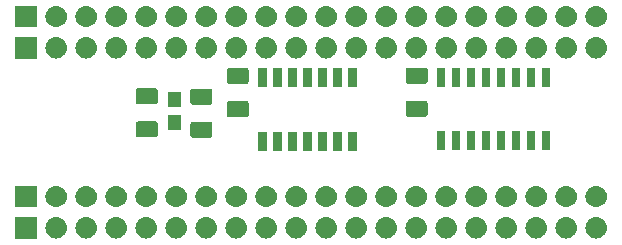
<source format=gts>
G04 #@! TF.GenerationSoftware,KiCad,Pcbnew,(5.1.0)-1*
G04 #@! TF.CreationDate,2021-01-17T14:15:07+01:00*
G04 #@! TF.ProjectId,GTIA Fix,47544941-2046-4697-982e-6b696361645f,rev?*
G04 #@! TF.SameCoordinates,PX989b620PY8062360*
G04 #@! TF.FileFunction,Soldermask,Top*
G04 #@! TF.FilePolarity,Negative*
%FSLAX46Y46*%
G04 Gerber Fmt 4.6, Leading zero omitted, Abs format (unit mm)*
G04 Created by KiCad (PCBNEW (5.1.0)-1) date 2021-01-17 14:15:07*
%MOMM*%
%LPD*%
G04 APERTURE LIST*
%ADD10C,0.100000*%
G04 APERTURE END LIST*
D10*
G36*
X50910442Y3134482D02*
G01*
X50976627Y3127963D01*
X51146466Y3076443D01*
X51302991Y2992778D01*
X51338729Y2963448D01*
X51440186Y2880186D01*
X51523448Y2778729D01*
X51552778Y2742991D01*
X51636443Y2586466D01*
X51687963Y2416627D01*
X51705359Y2240000D01*
X51687963Y2063373D01*
X51636443Y1893534D01*
X51552778Y1737009D01*
X51523448Y1701271D01*
X51440186Y1599814D01*
X51338729Y1516552D01*
X51302991Y1487222D01*
X51146466Y1403557D01*
X50976627Y1352037D01*
X50910442Y1345518D01*
X50844260Y1339000D01*
X50755740Y1339000D01*
X50689558Y1345518D01*
X50623373Y1352037D01*
X50453534Y1403557D01*
X50297009Y1487222D01*
X50261271Y1516552D01*
X50159814Y1599814D01*
X50076552Y1701271D01*
X50047222Y1737009D01*
X49963557Y1893534D01*
X49912037Y2063373D01*
X49894641Y2240000D01*
X49912037Y2416627D01*
X49963557Y2586466D01*
X50047222Y2742991D01*
X50076552Y2778729D01*
X50159814Y2880186D01*
X50261271Y2963448D01*
X50297009Y2992778D01*
X50453534Y3076443D01*
X50623373Y3127963D01*
X50689558Y3134482D01*
X50755740Y3141000D01*
X50844260Y3141000D01*
X50910442Y3134482D01*
X50910442Y3134482D01*
G37*
G36*
X25510442Y3134482D02*
G01*
X25576627Y3127963D01*
X25746466Y3076443D01*
X25902991Y2992778D01*
X25938729Y2963448D01*
X26040186Y2880186D01*
X26123448Y2778729D01*
X26152778Y2742991D01*
X26236443Y2586466D01*
X26287963Y2416627D01*
X26305359Y2240000D01*
X26287963Y2063373D01*
X26236443Y1893534D01*
X26152778Y1737009D01*
X26123448Y1701271D01*
X26040186Y1599814D01*
X25938729Y1516552D01*
X25902991Y1487222D01*
X25746466Y1403557D01*
X25576627Y1352037D01*
X25510442Y1345518D01*
X25444260Y1339000D01*
X25355740Y1339000D01*
X25289558Y1345518D01*
X25223373Y1352037D01*
X25053534Y1403557D01*
X24897009Y1487222D01*
X24861271Y1516552D01*
X24759814Y1599814D01*
X24676552Y1701271D01*
X24647222Y1737009D01*
X24563557Y1893534D01*
X24512037Y2063373D01*
X24494641Y2240000D01*
X24512037Y2416627D01*
X24563557Y2586466D01*
X24647222Y2742991D01*
X24676552Y2778729D01*
X24759814Y2880186D01*
X24861271Y2963448D01*
X24897009Y2992778D01*
X25053534Y3076443D01*
X25223373Y3127963D01*
X25289558Y3134482D01*
X25355740Y3141000D01*
X25444260Y3141000D01*
X25510442Y3134482D01*
X25510442Y3134482D01*
G37*
G36*
X3441000Y1339000D02*
G01*
X1639000Y1339000D01*
X1639000Y3141000D01*
X3441000Y3141000D01*
X3441000Y1339000D01*
X3441000Y1339000D01*
G37*
G36*
X5190442Y3134482D02*
G01*
X5256627Y3127963D01*
X5426466Y3076443D01*
X5582991Y2992778D01*
X5618729Y2963448D01*
X5720186Y2880186D01*
X5803448Y2778729D01*
X5832778Y2742991D01*
X5916443Y2586466D01*
X5967963Y2416627D01*
X5985359Y2240000D01*
X5967963Y2063373D01*
X5916443Y1893534D01*
X5832778Y1737009D01*
X5803448Y1701271D01*
X5720186Y1599814D01*
X5618729Y1516552D01*
X5582991Y1487222D01*
X5426466Y1403557D01*
X5256627Y1352037D01*
X5190442Y1345518D01*
X5124260Y1339000D01*
X5035740Y1339000D01*
X4969558Y1345518D01*
X4903373Y1352037D01*
X4733534Y1403557D01*
X4577009Y1487222D01*
X4541271Y1516552D01*
X4439814Y1599814D01*
X4356552Y1701271D01*
X4327222Y1737009D01*
X4243557Y1893534D01*
X4192037Y2063373D01*
X4174641Y2240000D01*
X4192037Y2416627D01*
X4243557Y2586466D01*
X4327222Y2742991D01*
X4356552Y2778729D01*
X4439814Y2880186D01*
X4541271Y2963448D01*
X4577009Y2992778D01*
X4733534Y3076443D01*
X4903373Y3127963D01*
X4969558Y3134482D01*
X5035740Y3141000D01*
X5124260Y3141000D01*
X5190442Y3134482D01*
X5190442Y3134482D01*
G37*
G36*
X7730442Y3134482D02*
G01*
X7796627Y3127963D01*
X7966466Y3076443D01*
X8122991Y2992778D01*
X8158729Y2963448D01*
X8260186Y2880186D01*
X8343448Y2778729D01*
X8372778Y2742991D01*
X8456443Y2586466D01*
X8507963Y2416627D01*
X8525359Y2240000D01*
X8507963Y2063373D01*
X8456443Y1893534D01*
X8372778Y1737009D01*
X8343448Y1701271D01*
X8260186Y1599814D01*
X8158729Y1516552D01*
X8122991Y1487222D01*
X7966466Y1403557D01*
X7796627Y1352037D01*
X7730442Y1345518D01*
X7664260Y1339000D01*
X7575740Y1339000D01*
X7509558Y1345518D01*
X7443373Y1352037D01*
X7273534Y1403557D01*
X7117009Y1487222D01*
X7081271Y1516552D01*
X6979814Y1599814D01*
X6896552Y1701271D01*
X6867222Y1737009D01*
X6783557Y1893534D01*
X6732037Y2063373D01*
X6714641Y2240000D01*
X6732037Y2416627D01*
X6783557Y2586466D01*
X6867222Y2742991D01*
X6896552Y2778729D01*
X6979814Y2880186D01*
X7081271Y2963448D01*
X7117009Y2992778D01*
X7273534Y3076443D01*
X7443373Y3127963D01*
X7509558Y3134482D01*
X7575740Y3141000D01*
X7664260Y3141000D01*
X7730442Y3134482D01*
X7730442Y3134482D01*
G37*
G36*
X10270442Y3134482D02*
G01*
X10336627Y3127963D01*
X10506466Y3076443D01*
X10662991Y2992778D01*
X10698729Y2963448D01*
X10800186Y2880186D01*
X10883448Y2778729D01*
X10912778Y2742991D01*
X10996443Y2586466D01*
X11047963Y2416627D01*
X11065359Y2240000D01*
X11047963Y2063373D01*
X10996443Y1893534D01*
X10912778Y1737009D01*
X10883448Y1701271D01*
X10800186Y1599814D01*
X10698729Y1516552D01*
X10662991Y1487222D01*
X10506466Y1403557D01*
X10336627Y1352037D01*
X10270442Y1345518D01*
X10204260Y1339000D01*
X10115740Y1339000D01*
X10049558Y1345518D01*
X9983373Y1352037D01*
X9813534Y1403557D01*
X9657009Y1487222D01*
X9621271Y1516552D01*
X9519814Y1599814D01*
X9436552Y1701271D01*
X9407222Y1737009D01*
X9323557Y1893534D01*
X9272037Y2063373D01*
X9254641Y2240000D01*
X9272037Y2416627D01*
X9323557Y2586466D01*
X9407222Y2742991D01*
X9436552Y2778729D01*
X9519814Y2880186D01*
X9621271Y2963448D01*
X9657009Y2992778D01*
X9813534Y3076443D01*
X9983373Y3127963D01*
X10049558Y3134482D01*
X10115740Y3141000D01*
X10204260Y3141000D01*
X10270442Y3134482D01*
X10270442Y3134482D01*
G37*
G36*
X12810442Y3134482D02*
G01*
X12876627Y3127963D01*
X13046466Y3076443D01*
X13202991Y2992778D01*
X13238729Y2963448D01*
X13340186Y2880186D01*
X13423448Y2778729D01*
X13452778Y2742991D01*
X13536443Y2586466D01*
X13587963Y2416627D01*
X13605359Y2240000D01*
X13587963Y2063373D01*
X13536443Y1893534D01*
X13452778Y1737009D01*
X13423448Y1701271D01*
X13340186Y1599814D01*
X13238729Y1516552D01*
X13202991Y1487222D01*
X13046466Y1403557D01*
X12876627Y1352037D01*
X12810442Y1345518D01*
X12744260Y1339000D01*
X12655740Y1339000D01*
X12589558Y1345518D01*
X12523373Y1352037D01*
X12353534Y1403557D01*
X12197009Y1487222D01*
X12161271Y1516552D01*
X12059814Y1599814D01*
X11976552Y1701271D01*
X11947222Y1737009D01*
X11863557Y1893534D01*
X11812037Y2063373D01*
X11794641Y2240000D01*
X11812037Y2416627D01*
X11863557Y2586466D01*
X11947222Y2742991D01*
X11976552Y2778729D01*
X12059814Y2880186D01*
X12161271Y2963448D01*
X12197009Y2992778D01*
X12353534Y3076443D01*
X12523373Y3127963D01*
X12589558Y3134482D01*
X12655740Y3141000D01*
X12744260Y3141000D01*
X12810442Y3134482D01*
X12810442Y3134482D01*
G37*
G36*
X15350442Y3134482D02*
G01*
X15416627Y3127963D01*
X15586466Y3076443D01*
X15742991Y2992778D01*
X15778729Y2963448D01*
X15880186Y2880186D01*
X15963448Y2778729D01*
X15992778Y2742991D01*
X16076443Y2586466D01*
X16127963Y2416627D01*
X16145359Y2240000D01*
X16127963Y2063373D01*
X16076443Y1893534D01*
X15992778Y1737009D01*
X15963448Y1701271D01*
X15880186Y1599814D01*
X15778729Y1516552D01*
X15742991Y1487222D01*
X15586466Y1403557D01*
X15416627Y1352037D01*
X15350442Y1345518D01*
X15284260Y1339000D01*
X15195740Y1339000D01*
X15129558Y1345518D01*
X15063373Y1352037D01*
X14893534Y1403557D01*
X14737009Y1487222D01*
X14701271Y1516552D01*
X14599814Y1599814D01*
X14516552Y1701271D01*
X14487222Y1737009D01*
X14403557Y1893534D01*
X14352037Y2063373D01*
X14334641Y2240000D01*
X14352037Y2416627D01*
X14403557Y2586466D01*
X14487222Y2742991D01*
X14516552Y2778729D01*
X14599814Y2880186D01*
X14701271Y2963448D01*
X14737009Y2992778D01*
X14893534Y3076443D01*
X15063373Y3127963D01*
X15129558Y3134482D01*
X15195740Y3141000D01*
X15284260Y3141000D01*
X15350442Y3134482D01*
X15350442Y3134482D01*
G37*
G36*
X17890442Y3134482D02*
G01*
X17956627Y3127963D01*
X18126466Y3076443D01*
X18282991Y2992778D01*
X18318729Y2963448D01*
X18420186Y2880186D01*
X18503448Y2778729D01*
X18532778Y2742991D01*
X18616443Y2586466D01*
X18667963Y2416627D01*
X18685359Y2240000D01*
X18667963Y2063373D01*
X18616443Y1893534D01*
X18532778Y1737009D01*
X18503448Y1701271D01*
X18420186Y1599814D01*
X18318729Y1516552D01*
X18282991Y1487222D01*
X18126466Y1403557D01*
X17956627Y1352037D01*
X17890442Y1345518D01*
X17824260Y1339000D01*
X17735740Y1339000D01*
X17669558Y1345518D01*
X17603373Y1352037D01*
X17433534Y1403557D01*
X17277009Y1487222D01*
X17241271Y1516552D01*
X17139814Y1599814D01*
X17056552Y1701271D01*
X17027222Y1737009D01*
X16943557Y1893534D01*
X16892037Y2063373D01*
X16874641Y2240000D01*
X16892037Y2416627D01*
X16943557Y2586466D01*
X17027222Y2742991D01*
X17056552Y2778729D01*
X17139814Y2880186D01*
X17241271Y2963448D01*
X17277009Y2992778D01*
X17433534Y3076443D01*
X17603373Y3127963D01*
X17669558Y3134482D01*
X17735740Y3141000D01*
X17824260Y3141000D01*
X17890442Y3134482D01*
X17890442Y3134482D01*
G37*
G36*
X20430442Y3134482D02*
G01*
X20496627Y3127963D01*
X20666466Y3076443D01*
X20822991Y2992778D01*
X20858729Y2963448D01*
X20960186Y2880186D01*
X21043448Y2778729D01*
X21072778Y2742991D01*
X21156443Y2586466D01*
X21207963Y2416627D01*
X21225359Y2240000D01*
X21207963Y2063373D01*
X21156443Y1893534D01*
X21072778Y1737009D01*
X21043448Y1701271D01*
X20960186Y1599814D01*
X20858729Y1516552D01*
X20822991Y1487222D01*
X20666466Y1403557D01*
X20496627Y1352037D01*
X20430442Y1345518D01*
X20364260Y1339000D01*
X20275740Y1339000D01*
X20209558Y1345518D01*
X20143373Y1352037D01*
X19973534Y1403557D01*
X19817009Y1487222D01*
X19781271Y1516552D01*
X19679814Y1599814D01*
X19596552Y1701271D01*
X19567222Y1737009D01*
X19483557Y1893534D01*
X19432037Y2063373D01*
X19414641Y2240000D01*
X19432037Y2416627D01*
X19483557Y2586466D01*
X19567222Y2742991D01*
X19596552Y2778729D01*
X19679814Y2880186D01*
X19781271Y2963448D01*
X19817009Y2992778D01*
X19973534Y3076443D01*
X20143373Y3127963D01*
X20209558Y3134482D01*
X20275740Y3141000D01*
X20364260Y3141000D01*
X20430442Y3134482D01*
X20430442Y3134482D01*
G37*
G36*
X22970442Y3134482D02*
G01*
X23036627Y3127963D01*
X23206466Y3076443D01*
X23362991Y2992778D01*
X23398729Y2963448D01*
X23500186Y2880186D01*
X23583448Y2778729D01*
X23612778Y2742991D01*
X23696443Y2586466D01*
X23747963Y2416627D01*
X23765359Y2240000D01*
X23747963Y2063373D01*
X23696443Y1893534D01*
X23612778Y1737009D01*
X23583448Y1701271D01*
X23500186Y1599814D01*
X23398729Y1516552D01*
X23362991Y1487222D01*
X23206466Y1403557D01*
X23036627Y1352037D01*
X22970442Y1345518D01*
X22904260Y1339000D01*
X22815740Y1339000D01*
X22749558Y1345518D01*
X22683373Y1352037D01*
X22513534Y1403557D01*
X22357009Y1487222D01*
X22321271Y1516552D01*
X22219814Y1599814D01*
X22136552Y1701271D01*
X22107222Y1737009D01*
X22023557Y1893534D01*
X21972037Y2063373D01*
X21954641Y2240000D01*
X21972037Y2416627D01*
X22023557Y2586466D01*
X22107222Y2742991D01*
X22136552Y2778729D01*
X22219814Y2880186D01*
X22321271Y2963448D01*
X22357009Y2992778D01*
X22513534Y3076443D01*
X22683373Y3127963D01*
X22749558Y3134482D01*
X22815740Y3141000D01*
X22904260Y3141000D01*
X22970442Y3134482D01*
X22970442Y3134482D01*
G37*
G36*
X30590442Y3134482D02*
G01*
X30656627Y3127963D01*
X30826466Y3076443D01*
X30982991Y2992778D01*
X31018729Y2963448D01*
X31120186Y2880186D01*
X31203448Y2778729D01*
X31232778Y2742991D01*
X31316443Y2586466D01*
X31367963Y2416627D01*
X31385359Y2240000D01*
X31367963Y2063373D01*
X31316443Y1893534D01*
X31232778Y1737009D01*
X31203448Y1701271D01*
X31120186Y1599814D01*
X31018729Y1516552D01*
X30982991Y1487222D01*
X30826466Y1403557D01*
X30656627Y1352037D01*
X30590442Y1345518D01*
X30524260Y1339000D01*
X30435740Y1339000D01*
X30369558Y1345518D01*
X30303373Y1352037D01*
X30133534Y1403557D01*
X29977009Y1487222D01*
X29941271Y1516552D01*
X29839814Y1599814D01*
X29756552Y1701271D01*
X29727222Y1737009D01*
X29643557Y1893534D01*
X29592037Y2063373D01*
X29574641Y2240000D01*
X29592037Y2416627D01*
X29643557Y2586466D01*
X29727222Y2742991D01*
X29756552Y2778729D01*
X29839814Y2880186D01*
X29941271Y2963448D01*
X29977009Y2992778D01*
X30133534Y3076443D01*
X30303373Y3127963D01*
X30369558Y3134482D01*
X30435740Y3141000D01*
X30524260Y3141000D01*
X30590442Y3134482D01*
X30590442Y3134482D01*
G37*
G36*
X33130442Y3134482D02*
G01*
X33196627Y3127963D01*
X33366466Y3076443D01*
X33522991Y2992778D01*
X33558729Y2963448D01*
X33660186Y2880186D01*
X33743448Y2778729D01*
X33772778Y2742991D01*
X33856443Y2586466D01*
X33907963Y2416627D01*
X33925359Y2240000D01*
X33907963Y2063373D01*
X33856443Y1893534D01*
X33772778Y1737009D01*
X33743448Y1701271D01*
X33660186Y1599814D01*
X33558729Y1516552D01*
X33522991Y1487222D01*
X33366466Y1403557D01*
X33196627Y1352037D01*
X33130442Y1345518D01*
X33064260Y1339000D01*
X32975740Y1339000D01*
X32909558Y1345518D01*
X32843373Y1352037D01*
X32673534Y1403557D01*
X32517009Y1487222D01*
X32481271Y1516552D01*
X32379814Y1599814D01*
X32296552Y1701271D01*
X32267222Y1737009D01*
X32183557Y1893534D01*
X32132037Y2063373D01*
X32114641Y2240000D01*
X32132037Y2416627D01*
X32183557Y2586466D01*
X32267222Y2742991D01*
X32296552Y2778729D01*
X32379814Y2880186D01*
X32481271Y2963448D01*
X32517009Y2992778D01*
X32673534Y3076443D01*
X32843373Y3127963D01*
X32909558Y3134482D01*
X32975740Y3141000D01*
X33064260Y3141000D01*
X33130442Y3134482D01*
X33130442Y3134482D01*
G37*
G36*
X35670442Y3134482D02*
G01*
X35736627Y3127963D01*
X35906466Y3076443D01*
X36062991Y2992778D01*
X36098729Y2963448D01*
X36200186Y2880186D01*
X36283448Y2778729D01*
X36312778Y2742991D01*
X36396443Y2586466D01*
X36447963Y2416627D01*
X36465359Y2240000D01*
X36447963Y2063373D01*
X36396443Y1893534D01*
X36312778Y1737009D01*
X36283448Y1701271D01*
X36200186Y1599814D01*
X36098729Y1516552D01*
X36062991Y1487222D01*
X35906466Y1403557D01*
X35736627Y1352037D01*
X35670442Y1345518D01*
X35604260Y1339000D01*
X35515740Y1339000D01*
X35449558Y1345518D01*
X35383373Y1352037D01*
X35213534Y1403557D01*
X35057009Y1487222D01*
X35021271Y1516552D01*
X34919814Y1599814D01*
X34836552Y1701271D01*
X34807222Y1737009D01*
X34723557Y1893534D01*
X34672037Y2063373D01*
X34654641Y2240000D01*
X34672037Y2416627D01*
X34723557Y2586466D01*
X34807222Y2742991D01*
X34836552Y2778729D01*
X34919814Y2880186D01*
X35021271Y2963448D01*
X35057009Y2992778D01*
X35213534Y3076443D01*
X35383373Y3127963D01*
X35449558Y3134482D01*
X35515740Y3141000D01*
X35604260Y3141000D01*
X35670442Y3134482D01*
X35670442Y3134482D01*
G37*
G36*
X38210442Y3134482D02*
G01*
X38276627Y3127963D01*
X38446466Y3076443D01*
X38602991Y2992778D01*
X38638729Y2963448D01*
X38740186Y2880186D01*
X38823448Y2778729D01*
X38852778Y2742991D01*
X38936443Y2586466D01*
X38987963Y2416627D01*
X39005359Y2240000D01*
X38987963Y2063373D01*
X38936443Y1893534D01*
X38852778Y1737009D01*
X38823448Y1701271D01*
X38740186Y1599814D01*
X38638729Y1516552D01*
X38602991Y1487222D01*
X38446466Y1403557D01*
X38276627Y1352037D01*
X38210442Y1345518D01*
X38144260Y1339000D01*
X38055740Y1339000D01*
X37989558Y1345518D01*
X37923373Y1352037D01*
X37753534Y1403557D01*
X37597009Y1487222D01*
X37561271Y1516552D01*
X37459814Y1599814D01*
X37376552Y1701271D01*
X37347222Y1737009D01*
X37263557Y1893534D01*
X37212037Y2063373D01*
X37194641Y2240000D01*
X37212037Y2416627D01*
X37263557Y2586466D01*
X37347222Y2742991D01*
X37376552Y2778729D01*
X37459814Y2880186D01*
X37561271Y2963448D01*
X37597009Y2992778D01*
X37753534Y3076443D01*
X37923373Y3127963D01*
X37989558Y3134482D01*
X38055740Y3141000D01*
X38144260Y3141000D01*
X38210442Y3134482D01*
X38210442Y3134482D01*
G37*
G36*
X40750442Y3134482D02*
G01*
X40816627Y3127963D01*
X40986466Y3076443D01*
X41142991Y2992778D01*
X41178729Y2963448D01*
X41280186Y2880186D01*
X41363448Y2778729D01*
X41392778Y2742991D01*
X41476443Y2586466D01*
X41527963Y2416627D01*
X41545359Y2240000D01*
X41527963Y2063373D01*
X41476443Y1893534D01*
X41392778Y1737009D01*
X41363448Y1701271D01*
X41280186Y1599814D01*
X41178729Y1516552D01*
X41142991Y1487222D01*
X40986466Y1403557D01*
X40816627Y1352037D01*
X40750442Y1345518D01*
X40684260Y1339000D01*
X40595740Y1339000D01*
X40529558Y1345518D01*
X40463373Y1352037D01*
X40293534Y1403557D01*
X40137009Y1487222D01*
X40101271Y1516552D01*
X39999814Y1599814D01*
X39916552Y1701271D01*
X39887222Y1737009D01*
X39803557Y1893534D01*
X39752037Y2063373D01*
X39734641Y2240000D01*
X39752037Y2416627D01*
X39803557Y2586466D01*
X39887222Y2742991D01*
X39916552Y2778729D01*
X39999814Y2880186D01*
X40101271Y2963448D01*
X40137009Y2992778D01*
X40293534Y3076443D01*
X40463373Y3127963D01*
X40529558Y3134482D01*
X40595740Y3141000D01*
X40684260Y3141000D01*
X40750442Y3134482D01*
X40750442Y3134482D01*
G37*
G36*
X43290442Y3134482D02*
G01*
X43356627Y3127963D01*
X43526466Y3076443D01*
X43682991Y2992778D01*
X43718729Y2963448D01*
X43820186Y2880186D01*
X43903448Y2778729D01*
X43932778Y2742991D01*
X44016443Y2586466D01*
X44067963Y2416627D01*
X44085359Y2240000D01*
X44067963Y2063373D01*
X44016443Y1893534D01*
X43932778Y1737009D01*
X43903448Y1701271D01*
X43820186Y1599814D01*
X43718729Y1516552D01*
X43682991Y1487222D01*
X43526466Y1403557D01*
X43356627Y1352037D01*
X43290442Y1345518D01*
X43224260Y1339000D01*
X43135740Y1339000D01*
X43069558Y1345518D01*
X43003373Y1352037D01*
X42833534Y1403557D01*
X42677009Y1487222D01*
X42641271Y1516552D01*
X42539814Y1599814D01*
X42456552Y1701271D01*
X42427222Y1737009D01*
X42343557Y1893534D01*
X42292037Y2063373D01*
X42274641Y2240000D01*
X42292037Y2416627D01*
X42343557Y2586466D01*
X42427222Y2742991D01*
X42456552Y2778729D01*
X42539814Y2880186D01*
X42641271Y2963448D01*
X42677009Y2992778D01*
X42833534Y3076443D01*
X43003373Y3127963D01*
X43069558Y3134482D01*
X43135740Y3141000D01*
X43224260Y3141000D01*
X43290442Y3134482D01*
X43290442Y3134482D01*
G37*
G36*
X45830442Y3134482D02*
G01*
X45896627Y3127963D01*
X46066466Y3076443D01*
X46222991Y2992778D01*
X46258729Y2963448D01*
X46360186Y2880186D01*
X46443448Y2778729D01*
X46472778Y2742991D01*
X46556443Y2586466D01*
X46607963Y2416627D01*
X46625359Y2240000D01*
X46607963Y2063373D01*
X46556443Y1893534D01*
X46472778Y1737009D01*
X46443448Y1701271D01*
X46360186Y1599814D01*
X46258729Y1516552D01*
X46222991Y1487222D01*
X46066466Y1403557D01*
X45896627Y1352037D01*
X45830442Y1345518D01*
X45764260Y1339000D01*
X45675740Y1339000D01*
X45609558Y1345518D01*
X45543373Y1352037D01*
X45373534Y1403557D01*
X45217009Y1487222D01*
X45181271Y1516552D01*
X45079814Y1599814D01*
X44996552Y1701271D01*
X44967222Y1737009D01*
X44883557Y1893534D01*
X44832037Y2063373D01*
X44814641Y2240000D01*
X44832037Y2416627D01*
X44883557Y2586466D01*
X44967222Y2742991D01*
X44996552Y2778729D01*
X45079814Y2880186D01*
X45181271Y2963448D01*
X45217009Y2992778D01*
X45373534Y3076443D01*
X45543373Y3127963D01*
X45609558Y3134482D01*
X45675740Y3141000D01*
X45764260Y3141000D01*
X45830442Y3134482D01*
X45830442Y3134482D01*
G37*
G36*
X48370442Y3134482D02*
G01*
X48436627Y3127963D01*
X48606466Y3076443D01*
X48762991Y2992778D01*
X48798729Y2963448D01*
X48900186Y2880186D01*
X48983448Y2778729D01*
X49012778Y2742991D01*
X49096443Y2586466D01*
X49147963Y2416627D01*
X49165359Y2240000D01*
X49147963Y2063373D01*
X49096443Y1893534D01*
X49012778Y1737009D01*
X48983448Y1701271D01*
X48900186Y1599814D01*
X48798729Y1516552D01*
X48762991Y1487222D01*
X48606466Y1403557D01*
X48436627Y1352037D01*
X48370442Y1345518D01*
X48304260Y1339000D01*
X48215740Y1339000D01*
X48149558Y1345518D01*
X48083373Y1352037D01*
X47913534Y1403557D01*
X47757009Y1487222D01*
X47721271Y1516552D01*
X47619814Y1599814D01*
X47536552Y1701271D01*
X47507222Y1737009D01*
X47423557Y1893534D01*
X47372037Y2063373D01*
X47354641Y2240000D01*
X47372037Y2416627D01*
X47423557Y2586466D01*
X47507222Y2742991D01*
X47536552Y2778729D01*
X47619814Y2880186D01*
X47721271Y2963448D01*
X47757009Y2992778D01*
X47913534Y3076443D01*
X48083373Y3127963D01*
X48149558Y3134482D01*
X48215740Y3141000D01*
X48304260Y3141000D01*
X48370442Y3134482D01*
X48370442Y3134482D01*
G37*
G36*
X28050442Y3134482D02*
G01*
X28116627Y3127963D01*
X28286466Y3076443D01*
X28442991Y2992778D01*
X28478729Y2963448D01*
X28580186Y2880186D01*
X28663448Y2778729D01*
X28692778Y2742991D01*
X28776443Y2586466D01*
X28827963Y2416627D01*
X28845359Y2240000D01*
X28827963Y2063373D01*
X28776443Y1893534D01*
X28692778Y1737009D01*
X28663448Y1701271D01*
X28580186Y1599814D01*
X28478729Y1516552D01*
X28442991Y1487222D01*
X28286466Y1403557D01*
X28116627Y1352037D01*
X28050442Y1345518D01*
X27984260Y1339000D01*
X27895740Y1339000D01*
X27829558Y1345518D01*
X27763373Y1352037D01*
X27593534Y1403557D01*
X27437009Y1487222D01*
X27401271Y1516552D01*
X27299814Y1599814D01*
X27216552Y1701271D01*
X27187222Y1737009D01*
X27103557Y1893534D01*
X27052037Y2063373D01*
X27034641Y2240000D01*
X27052037Y2416627D01*
X27103557Y2586466D01*
X27187222Y2742991D01*
X27216552Y2778729D01*
X27299814Y2880186D01*
X27401271Y2963448D01*
X27437009Y2992778D01*
X27593534Y3076443D01*
X27763373Y3127963D01*
X27829558Y3134482D01*
X27895740Y3141000D01*
X27984260Y3141000D01*
X28050442Y3134482D01*
X28050442Y3134482D01*
G37*
G36*
X22970443Y5796681D02*
G01*
X23036627Y5790163D01*
X23206466Y5738643D01*
X23362991Y5654978D01*
X23398729Y5625648D01*
X23500186Y5542386D01*
X23583448Y5440929D01*
X23612778Y5405191D01*
X23696443Y5248666D01*
X23747963Y5078827D01*
X23765359Y4902200D01*
X23747963Y4725573D01*
X23696443Y4555734D01*
X23612778Y4399209D01*
X23583448Y4363471D01*
X23500186Y4262014D01*
X23398729Y4178752D01*
X23362991Y4149422D01*
X23206466Y4065757D01*
X23036627Y4014237D01*
X22970442Y4007718D01*
X22904260Y4001200D01*
X22815740Y4001200D01*
X22749558Y4007718D01*
X22683373Y4014237D01*
X22513534Y4065757D01*
X22357009Y4149422D01*
X22321271Y4178752D01*
X22219814Y4262014D01*
X22136552Y4363471D01*
X22107222Y4399209D01*
X22023557Y4555734D01*
X21972037Y4725573D01*
X21954641Y4902200D01*
X21972037Y5078827D01*
X22023557Y5248666D01*
X22107222Y5405191D01*
X22136552Y5440929D01*
X22219814Y5542386D01*
X22321271Y5625648D01*
X22357009Y5654978D01*
X22513534Y5738643D01*
X22683373Y5790163D01*
X22749557Y5796681D01*
X22815740Y5803200D01*
X22904260Y5803200D01*
X22970443Y5796681D01*
X22970443Y5796681D01*
G37*
G36*
X38210443Y5796681D02*
G01*
X38276627Y5790163D01*
X38446466Y5738643D01*
X38602991Y5654978D01*
X38638729Y5625648D01*
X38740186Y5542386D01*
X38823448Y5440929D01*
X38852778Y5405191D01*
X38936443Y5248666D01*
X38987963Y5078827D01*
X39005359Y4902200D01*
X38987963Y4725573D01*
X38936443Y4555734D01*
X38852778Y4399209D01*
X38823448Y4363471D01*
X38740186Y4262014D01*
X38638729Y4178752D01*
X38602991Y4149422D01*
X38446466Y4065757D01*
X38276627Y4014237D01*
X38210442Y4007718D01*
X38144260Y4001200D01*
X38055740Y4001200D01*
X37989558Y4007718D01*
X37923373Y4014237D01*
X37753534Y4065757D01*
X37597009Y4149422D01*
X37561271Y4178752D01*
X37459814Y4262014D01*
X37376552Y4363471D01*
X37347222Y4399209D01*
X37263557Y4555734D01*
X37212037Y4725573D01*
X37194641Y4902200D01*
X37212037Y5078827D01*
X37263557Y5248666D01*
X37347222Y5405191D01*
X37376552Y5440929D01*
X37459814Y5542386D01*
X37561271Y5625648D01*
X37597009Y5654978D01*
X37753534Y5738643D01*
X37923373Y5790163D01*
X37989557Y5796681D01*
X38055740Y5803200D01*
X38144260Y5803200D01*
X38210443Y5796681D01*
X38210443Y5796681D01*
G37*
G36*
X45830443Y5796681D02*
G01*
X45896627Y5790163D01*
X46066466Y5738643D01*
X46222991Y5654978D01*
X46258729Y5625648D01*
X46360186Y5542386D01*
X46443448Y5440929D01*
X46472778Y5405191D01*
X46556443Y5248666D01*
X46607963Y5078827D01*
X46625359Y4902200D01*
X46607963Y4725573D01*
X46556443Y4555734D01*
X46472778Y4399209D01*
X46443448Y4363471D01*
X46360186Y4262014D01*
X46258729Y4178752D01*
X46222991Y4149422D01*
X46066466Y4065757D01*
X45896627Y4014237D01*
X45830442Y4007718D01*
X45764260Y4001200D01*
X45675740Y4001200D01*
X45609558Y4007718D01*
X45543373Y4014237D01*
X45373534Y4065757D01*
X45217009Y4149422D01*
X45181271Y4178752D01*
X45079814Y4262014D01*
X44996552Y4363471D01*
X44967222Y4399209D01*
X44883557Y4555734D01*
X44832037Y4725573D01*
X44814641Y4902200D01*
X44832037Y5078827D01*
X44883557Y5248666D01*
X44967222Y5405191D01*
X44996552Y5440929D01*
X45079814Y5542386D01*
X45181271Y5625648D01*
X45217009Y5654978D01*
X45373534Y5738643D01*
X45543373Y5790163D01*
X45609557Y5796681D01*
X45675740Y5803200D01*
X45764260Y5803200D01*
X45830443Y5796681D01*
X45830443Y5796681D01*
G37*
G36*
X28050443Y5796681D02*
G01*
X28116627Y5790163D01*
X28286466Y5738643D01*
X28442991Y5654978D01*
X28478729Y5625648D01*
X28580186Y5542386D01*
X28663448Y5440929D01*
X28692778Y5405191D01*
X28776443Y5248666D01*
X28827963Y5078827D01*
X28845359Y4902200D01*
X28827963Y4725573D01*
X28776443Y4555734D01*
X28692778Y4399209D01*
X28663448Y4363471D01*
X28580186Y4262014D01*
X28478729Y4178752D01*
X28442991Y4149422D01*
X28286466Y4065757D01*
X28116627Y4014237D01*
X28050442Y4007718D01*
X27984260Y4001200D01*
X27895740Y4001200D01*
X27829558Y4007718D01*
X27763373Y4014237D01*
X27593534Y4065757D01*
X27437009Y4149422D01*
X27401271Y4178752D01*
X27299814Y4262014D01*
X27216552Y4363471D01*
X27187222Y4399209D01*
X27103557Y4555734D01*
X27052037Y4725573D01*
X27034641Y4902200D01*
X27052037Y5078827D01*
X27103557Y5248666D01*
X27187222Y5405191D01*
X27216552Y5440929D01*
X27299814Y5542386D01*
X27401271Y5625648D01*
X27437009Y5654978D01*
X27593534Y5738643D01*
X27763373Y5790163D01*
X27829557Y5796681D01*
X27895740Y5803200D01*
X27984260Y5803200D01*
X28050443Y5796681D01*
X28050443Y5796681D01*
G37*
G36*
X30590443Y5796681D02*
G01*
X30656627Y5790163D01*
X30826466Y5738643D01*
X30982991Y5654978D01*
X31018729Y5625648D01*
X31120186Y5542386D01*
X31203448Y5440929D01*
X31232778Y5405191D01*
X31316443Y5248666D01*
X31367963Y5078827D01*
X31385359Y4902200D01*
X31367963Y4725573D01*
X31316443Y4555734D01*
X31232778Y4399209D01*
X31203448Y4363471D01*
X31120186Y4262014D01*
X31018729Y4178752D01*
X30982991Y4149422D01*
X30826466Y4065757D01*
X30656627Y4014237D01*
X30590442Y4007718D01*
X30524260Y4001200D01*
X30435740Y4001200D01*
X30369558Y4007718D01*
X30303373Y4014237D01*
X30133534Y4065757D01*
X29977009Y4149422D01*
X29941271Y4178752D01*
X29839814Y4262014D01*
X29756552Y4363471D01*
X29727222Y4399209D01*
X29643557Y4555734D01*
X29592037Y4725573D01*
X29574641Y4902200D01*
X29592037Y5078827D01*
X29643557Y5248666D01*
X29727222Y5405191D01*
X29756552Y5440929D01*
X29839814Y5542386D01*
X29941271Y5625648D01*
X29977009Y5654978D01*
X30133534Y5738643D01*
X30303373Y5790163D01*
X30369557Y5796681D01*
X30435740Y5803200D01*
X30524260Y5803200D01*
X30590443Y5796681D01*
X30590443Y5796681D01*
G37*
G36*
X33130443Y5796681D02*
G01*
X33196627Y5790163D01*
X33366466Y5738643D01*
X33522991Y5654978D01*
X33558729Y5625648D01*
X33660186Y5542386D01*
X33743448Y5440929D01*
X33772778Y5405191D01*
X33856443Y5248666D01*
X33907963Y5078827D01*
X33925359Y4902200D01*
X33907963Y4725573D01*
X33856443Y4555734D01*
X33772778Y4399209D01*
X33743448Y4363471D01*
X33660186Y4262014D01*
X33558729Y4178752D01*
X33522991Y4149422D01*
X33366466Y4065757D01*
X33196627Y4014237D01*
X33130442Y4007718D01*
X33064260Y4001200D01*
X32975740Y4001200D01*
X32909558Y4007718D01*
X32843373Y4014237D01*
X32673534Y4065757D01*
X32517009Y4149422D01*
X32481271Y4178752D01*
X32379814Y4262014D01*
X32296552Y4363471D01*
X32267222Y4399209D01*
X32183557Y4555734D01*
X32132037Y4725573D01*
X32114641Y4902200D01*
X32132037Y5078827D01*
X32183557Y5248666D01*
X32267222Y5405191D01*
X32296552Y5440929D01*
X32379814Y5542386D01*
X32481271Y5625648D01*
X32517009Y5654978D01*
X32673534Y5738643D01*
X32843373Y5790163D01*
X32909557Y5796681D01*
X32975740Y5803200D01*
X33064260Y5803200D01*
X33130443Y5796681D01*
X33130443Y5796681D01*
G37*
G36*
X35670443Y5796681D02*
G01*
X35736627Y5790163D01*
X35906466Y5738643D01*
X36062991Y5654978D01*
X36098729Y5625648D01*
X36200186Y5542386D01*
X36283448Y5440929D01*
X36312778Y5405191D01*
X36396443Y5248666D01*
X36447963Y5078827D01*
X36465359Y4902200D01*
X36447963Y4725573D01*
X36396443Y4555734D01*
X36312778Y4399209D01*
X36283448Y4363471D01*
X36200186Y4262014D01*
X36098729Y4178752D01*
X36062991Y4149422D01*
X35906466Y4065757D01*
X35736627Y4014237D01*
X35670442Y4007718D01*
X35604260Y4001200D01*
X35515740Y4001200D01*
X35449558Y4007718D01*
X35383373Y4014237D01*
X35213534Y4065757D01*
X35057009Y4149422D01*
X35021271Y4178752D01*
X34919814Y4262014D01*
X34836552Y4363471D01*
X34807222Y4399209D01*
X34723557Y4555734D01*
X34672037Y4725573D01*
X34654641Y4902200D01*
X34672037Y5078827D01*
X34723557Y5248666D01*
X34807222Y5405191D01*
X34836552Y5440929D01*
X34919814Y5542386D01*
X35021271Y5625648D01*
X35057009Y5654978D01*
X35213534Y5738643D01*
X35383373Y5790163D01*
X35449557Y5796681D01*
X35515740Y5803200D01*
X35604260Y5803200D01*
X35670443Y5796681D01*
X35670443Y5796681D01*
G37*
G36*
X40750443Y5796681D02*
G01*
X40816627Y5790163D01*
X40986466Y5738643D01*
X41142991Y5654978D01*
X41178729Y5625648D01*
X41280186Y5542386D01*
X41363448Y5440929D01*
X41392778Y5405191D01*
X41476443Y5248666D01*
X41527963Y5078827D01*
X41545359Y4902200D01*
X41527963Y4725573D01*
X41476443Y4555734D01*
X41392778Y4399209D01*
X41363448Y4363471D01*
X41280186Y4262014D01*
X41178729Y4178752D01*
X41142991Y4149422D01*
X40986466Y4065757D01*
X40816627Y4014237D01*
X40750442Y4007718D01*
X40684260Y4001200D01*
X40595740Y4001200D01*
X40529558Y4007718D01*
X40463373Y4014237D01*
X40293534Y4065757D01*
X40137009Y4149422D01*
X40101271Y4178752D01*
X39999814Y4262014D01*
X39916552Y4363471D01*
X39887222Y4399209D01*
X39803557Y4555734D01*
X39752037Y4725573D01*
X39734641Y4902200D01*
X39752037Y5078827D01*
X39803557Y5248666D01*
X39887222Y5405191D01*
X39916552Y5440929D01*
X39999814Y5542386D01*
X40101271Y5625648D01*
X40137009Y5654978D01*
X40293534Y5738643D01*
X40463373Y5790163D01*
X40529557Y5796681D01*
X40595740Y5803200D01*
X40684260Y5803200D01*
X40750443Y5796681D01*
X40750443Y5796681D01*
G37*
G36*
X43290443Y5796681D02*
G01*
X43356627Y5790163D01*
X43526466Y5738643D01*
X43682991Y5654978D01*
X43718729Y5625648D01*
X43820186Y5542386D01*
X43903448Y5440929D01*
X43932778Y5405191D01*
X44016443Y5248666D01*
X44067963Y5078827D01*
X44085359Y4902200D01*
X44067963Y4725573D01*
X44016443Y4555734D01*
X43932778Y4399209D01*
X43903448Y4363471D01*
X43820186Y4262014D01*
X43718729Y4178752D01*
X43682991Y4149422D01*
X43526466Y4065757D01*
X43356627Y4014237D01*
X43290442Y4007718D01*
X43224260Y4001200D01*
X43135740Y4001200D01*
X43069558Y4007718D01*
X43003373Y4014237D01*
X42833534Y4065757D01*
X42677009Y4149422D01*
X42641271Y4178752D01*
X42539814Y4262014D01*
X42456552Y4363471D01*
X42427222Y4399209D01*
X42343557Y4555734D01*
X42292037Y4725573D01*
X42274641Y4902200D01*
X42292037Y5078827D01*
X42343557Y5248666D01*
X42427222Y5405191D01*
X42456552Y5440929D01*
X42539814Y5542386D01*
X42641271Y5625648D01*
X42677009Y5654978D01*
X42833534Y5738643D01*
X43003373Y5790163D01*
X43069557Y5796681D01*
X43135740Y5803200D01*
X43224260Y5803200D01*
X43290443Y5796681D01*
X43290443Y5796681D01*
G37*
G36*
X48370443Y5796681D02*
G01*
X48436627Y5790163D01*
X48606466Y5738643D01*
X48762991Y5654978D01*
X48798729Y5625648D01*
X48900186Y5542386D01*
X48983448Y5440929D01*
X49012778Y5405191D01*
X49096443Y5248666D01*
X49147963Y5078827D01*
X49165359Y4902200D01*
X49147963Y4725573D01*
X49096443Y4555734D01*
X49012778Y4399209D01*
X48983448Y4363471D01*
X48900186Y4262014D01*
X48798729Y4178752D01*
X48762991Y4149422D01*
X48606466Y4065757D01*
X48436627Y4014237D01*
X48370442Y4007718D01*
X48304260Y4001200D01*
X48215740Y4001200D01*
X48149558Y4007718D01*
X48083373Y4014237D01*
X47913534Y4065757D01*
X47757009Y4149422D01*
X47721271Y4178752D01*
X47619814Y4262014D01*
X47536552Y4363471D01*
X47507222Y4399209D01*
X47423557Y4555734D01*
X47372037Y4725573D01*
X47354641Y4902200D01*
X47372037Y5078827D01*
X47423557Y5248666D01*
X47507222Y5405191D01*
X47536552Y5440929D01*
X47619814Y5542386D01*
X47721271Y5625648D01*
X47757009Y5654978D01*
X47913534Y5738643D01*
X48083373Y5790163D01*
X48149557Y5796681D01*
X48215740Y5803200D01*
X48304260Y5803200D01*
X48370443Y5796681D01*
X48370443Y5796681D01*
G37*
G36*
X17890443Y5796681D02*
G01*
X17956627Y5790163D01*
X18126466Y5738643D01*
X18282991Y5654978D01*
X18318729Y5625648D01*
X18420186Y5542386D01*
X18503448Y5440929D01*
X18532778Y5405191D01*
X18616443Y5248666D01*
X18667963Y5078827D01*
X18685359Y4902200D01*
X18667963Y4725573D01*
X18616443Y4555734D01*
X18532778Y4399209D01*
X18503448Y4363471D01*
X18420186Y4262014D01*
X18318729Y4178752D01*
X18282991Y4149422D01*
X18126466Y4065757D01*
X17956627Y4014237D01*
X17890442Y4007718D01*
X17824260Y4001200D01*
X17735740Y4001200D01*
X17669558Y4007718D01*
X17603373Y4014237D01*
X17433534Y4065757D01*
X17277009Y4149422D01*
X17241271Y4178752D01*
X17139814Y4262014D01*
X17056552Y4363471D01*
X17027222Y4399209D01*
X16943557Y4555734D01*
X16892037Y4725573D01*
X16874641Y4902200D01*
X16892037Y5078827D01*
X16943557Y5248666D01*
X17027222Y5405191D01*
X17056552Y5440929D01*
X17139814Y5542386D01*
X17241271Y5625648D01*
X17277009Y5654978D01*
X17433534Y5738643D01*
X17603373Y5790163D01*
X17669557Y5796681D01*
X17735740Y5803200D01*
X17824260Y5803200D01*
X17890443Y5796681D01*
X17890443Y5796681D01*
G37*
G36*
X15350443Y5796681D02*
G01*
X15416627Y5790163D01*
X15586466Y5738643D01*
X15742991Y5654978D01*
X15778729Y5625648D01*
X15880186Y5542386D01*
X15963448Y5440929D01*
X15992778Y5405191D01*
X16076443Y5248666D01*
X16127963Y5078827D01*
X16145359Y4902200D01*
X16127963Y4725573D01*
X16076443Y4555734D01*
X15992778Y4399209D01*
X15963448Y4363471D01*
X15880186Y4262014D01*
X15778729Y4178752D01*
X15742991Y4149422D01*
X15586466Y4065757D01*
X15416627Y4014237D01*
X15350442Y4007718D01*
X15284260Y4001200D01*
X15195740Y4001200D01*
X15129558Y4007718D01*
X15063373Y4014237D01*
X14893534Y4065757D01*
X14737009Y4149422D01*
X14701271Y4178752D01*
X14599814Y4262014D01*
X14516552Y4363471D01*
X14487222Y4399209D01*
X14403557Y4555734D01*
X14352037Y4725573D01*
X14334641Y4902200D01*
X14352037Y5078827D01*
X14403557Y5248666D01*
X14487222Y5405191D01*
X14516552Y5440929D01*
X14599814Y5542386D01*
X14701271Y5625648D01*
X14737009Y5654978D01*
X14893534Y5738643D01*
X15063373Y5790163D01*
X15129557Y5796681D01*
X15195740Y5803200D01*
X15284260Y5803200D01*
X15350443Y5796681D01*
X15350443Y5796681D01*
G37*
G36*
X12810443Y5796681D02*
G01*
X12876627Y5790163D01*
X13046466Y5738643D01*
X13202991Y5654978D01*
X13238729Y5625648D01*
X13340186Y5542386D01*
X13423448Y5440929D01*
X13452778Y5405191D01*
X13536443Y5248666D01*
X13587963Y5078827D01*
X13605359Y4902200D01*
X13587963Y4725573D01*
X13536443Y4555734D01*
X13452778Y4399209D01*
X13423448Y4363471D01*
X13340186Y4262014D01*
X13238729Y4178752D01*
X13202991Y4149422D01*
X13046466Y4065757D01*
X12876627Y4014237D01*
X12810442Y4007718D01*
X12744260Y4001200D01*
X12655740Y4001200D01*
X12589558Y4007718D01*
X12523373Y4014237D01*
X12353534Y4065757D01*
X12197009Y4149422D01*
X12161271Y4178752D01*
X12059814Y4262014D01*
X11976552Y4363471D01*
X11947222Y4399209D01*
X11863557Y4555734D01*
X11812037Y4725573D01*
X11794641Y4902200D01*
X11812037Y5078827D01*
X11863557Y5248666D01*
X11947222Y5405191D01*
X11976552Y5440929D01*
X12059814Y5542386D01*
X12161271Y5625648D01*
X12197009Y5654978D01*
X12353534Y5738643D01*
X12523373Y5790163D01*
X12589557Y5796681D01*
X12655740Y5803200D01*
X12744260Y5803200D01*
X12810443Y5796681D01*
X12810443Y5796681D01*
G37*
G36*
X10270443Y5796681D02*
G01*
X10336627Y5790163D01*
X10506466Y5738643D01*
X10662991Y5654978D01*
X10698729Y5625648D01*
X10800186Y5542386D01*
X10883448Y5440929D01*
X10912778Y5405191D01*
X10996443Y5248666D01*
X11047963Y5078827D01*
X11065359Y4902200D01*
X11047963Y4725573D01*
X10996443Y4555734D01*
X10912778Y4399209D01*
X10883448Y4363471D01*
X10800186Y4262014D01*
X10698729Y4178752D01*
X10662991Y4149422D01*
X10506466Y4065757D01*
X10336627Y4014237D01*
X10270442Y4007718D01*
X10204260Y4001200D01*
X10115740Y4001200D01*
X10049558Y4007718D01*
X9983373Y4014237D01*
X9813534Y4065757D01*
X9657009Y4149422D01*
X9621271Y4178752D01*
X9519814Y4262014D01*
X9436552Y4363471D01*
X9407222Y4399209D01*
X9323557Y4555734D01*
X9272037Y4725573D01*
X9254641Y4902200D01*
X9272037Y5078827D01*
X9323557Y5248666D01*
X9407222Y5405191D01*
X9436552Y5440929D01*
X9519814Y5542386D01*
X9621271Y5625648D01*
X9657009Y5654978D01*
X9813534Y5738643D01*
X9983373Y5790163D01*
X10049557Y5796681D01*
X10115740Y5803200D01*
X10204260Y5803200D01*
X10270443Y5796681D01*
X10270443Y5796681D01*
G37*
G36*
X7730443Y5796681D02*
G01*
X7796627Y5790163D01*
X7966466Y5738643D01*
X8122991Y5654978D01*
X8158729Y5625648D01*
X8260186Y5542386D01*
X8343448Y5440929D01*
X8372778Y5405191D01*
X8456443Y5248666D01*
X8507963Y5078827D01*
X8525359Y4902200D01*
X8507963Y4725573D01*
X8456443Y4555734D01*
X8372778Y4399209D01*
X8343448Y4363471D01*
X8260186Y4262014D01*
X8158729Y4178752D01*
X8122991Y4149422D01*
X7966466Y4065757D01*
X7796627Y4014237D01*
X7730442Y4007718D01*
X7664260Y4001200D01*
X7575740Y4001200D01*
X7509558Y4007718D01*
X7443373Y4014237D01*
X7273534Y4065757D01*
X7117009Y4149422D01*
X7081271Y4178752D01*
X6979814Y4262014D01*
X6896552Y4363471D01*
X6867222Y4399209D01*
X6783557Y4555734D01*
X6732037Y4725573D01*
X6714641Y4902200D01*
X6732037Y5078827D01*
X6783557Y5248666D01*
X6867222Y5405191D01*
X6896552Y5440929D01*
X6979814Y5542386D01*
X7081271Y5625648D01*
X7117009Y5654978D01*
X7273534Y5738643D01*
X7443373Y5790163D01*
X7509557Y5796681D01*
X7575740Y5803200D01*
X7664260Y5803200D01*
X7730443Y5796681D01*
X7730443Y5796681D01*
G37*
G36*
X5190443Y5796681D02*
G01*
X5256627Y5790163D01*
X5426466Y5738643D01*
X5582991Y5654978D01*
X5618729Y5625648D01*
X5720186Y5542386D01*
X5803448Y5440929D01*
X5832778Y5405191D01*
X5916443Y5248666D01*
X5967963Y5078827D01*
X5985359Y4902200D01*
X5967963Y4725573D01*
X5916443Y4555734D01*
X5832778Y4399209D01*
X5803448Y4363471D01*
X5720186Y4262014D01*
X5618729Y4178752D01*
X5582991Y4149422D01*
X5426466Y4065757D01*
X5256627Y4014237D01*
X5190442Y4007718D01*
X5124260Y4001200D01*
X5035740Y4001200D01*
X4969558Y4007718D01*
X4903373Y4014237D01*
X4733534Y4065757D01*
X4577009Y4149422D01*
X4541271Y4178752D01*
X4439814Y4262014D01*
X4356552Y4363471D01*
X4327222Y4399209D01*
X4243557Y4555734D01*
X4192037Y4725573D01*
X4174641Y4902200D01*
X4192037Y5078827D01*
X4243557Y5248666D01*
X4327222Y5405191D01*
X4356552Y5440929D01*
X4439814Y5542386D01*
X4541271Y5625648D01*
X4577009Y5654978D01*
X4733534Y5738643D01*
X4903373Y5790163D01*
X4969557Y5796681D01*
X5035740Y5803200D01*
X5124260Y5803200D01*
X5190443Y5796681D01*
X5190443Y5796681D01*
G37*
G36*
X3441000Y4001200D02*
G01*
X1639000Y4001200D01*
X1639000Y5803200D01*
X3441000Y5803200D01*
X3441000Y4001200D01*
X3441000Y4001200D01*
G37*
G36*
X25510443Y5796681D02*
G01*
X25576627Y5790163D01*
X25746466Y5738643D01*
X25902991Y5654978D01*
X25938729Y5625648D01*
X26040186Y5542386D01*
X26123448Y5440929D01*
X26152778Y5405191D01*
X26236443Y5248666D01*
X26287963Y5078827D01*
X26305359Y4902200D01*
X26287963Y4725573D01*
X26236443Y4555734D01*
X26152778Y4399209D01*
X26123448Y4363471D01*
X26040186Y4262014D01*
X25938729Y4178752D01*
X25902991Y4149422D01*
X25746466Y4065757D01*
X25576627Y4014237D01*
X25510442Y4007718D01*
X25444260Y4001200D01*
X25355740Y4001200D01*
X25289558Y4007718D01*
X25223373Y4014237D01*
X25053534Y4065757D01*
X24897009Y4149422D01*
X24861271Y4178752D01*
X24759814Y4262014D01*
X24676552Y4363471D01*
X24647222Y4399209D01*
X24563557Y4555734D01*
X24512037Y4725573D01*
X24494641Y4902200D01*
X24512037Y5078827D01*
X24563557Y5248666D01*
X24647222Y5405191D01*
X24676552Y5440929D01*
X24759814Y5542386D01*
X24861271Y5625648D01*
X24897009Y5654978D01*
X25053534Y5738643D01*
X25223373Y5790163D01*
X25289557Y5796681D01*
X25355740Y5803200D01*
X25444260Y5803200D01*
X25510443Y5796681D01*
X25510443Y5796681D01*
G37*
G36*
X50910443Y5796681D02*
G01*
X50976627Y5790163D01*
X51146466Y5738643D01*
X51302991Y5654978D01*
X51338729Y5625648D01*
X51440186Y5542386D01*
X51523448Y5440929D01*
X51552778Y5405191D01*
X51636443Y5248666D01*
X51687963Y5078827D01*
X51705359Y4902200D01*
X51687963Y4725573D01*
X51636443Y4555734D01*
X51552778Y4399209D01*
X51523448Y4363471D01*
X51440186Y4262014D01*
X51338729Y4178752D01*
X51302991Y4149422D01*
X51146466Y4065757D01*
X50976627Y4014237D01*
X50910442Y4007718D01*
X50844260Y4001200D01*
X50755740Y4001200D01*
X50689558Y4007718D01*
X50623373Y4014237D01*
X50453534Y4065757D01*
X50297009Y4149422D01*
X50261271Y4178752D01*
X50159814Y4262014D01*
X50076552Y4363471D01*
X50047222Y4399209D01*
X49963557Y4555734D01*
X49912037Y4725573D01*
X49894641Y4902200D01*
X49912037Y5078827D01*
X49963557Y5248666D01*
X50047222Y5405191D01*
X50076552Y5440929D01*
X50159814Y5542386D01*
X50261271Y5625648D01*
X50297009Y5654978D01*
X50453534Y5738643D01*
X50623373Y5790163D01*
X50689557Y5796681D01*
X50755740Y5803200D01*
X50844260Y5803200D01*
X50910443Y5796681D01*
X50910443Y5796681D01*
G37*
G36*
X20430443Y5796681D02*
G01*
X20496627Y5790163D01*
X20666466Y5738643D01*
X20822991Y5654978D01*
X20858729Y5625648D01*
X20960186Y5542386D01*
X21043448Y5440929D01*
X21072778Y5405191D01*
X21156443Y5248666D01*
X21207963Y5078827D01*
X21225359Y4902200D01*
X21207963Y4725573D01*
X21156443Y4555734D01*
X21072778Y4399209D01*
X21043448Y4363471D01*
X20960186Y4262014D01*
X20858729Y4178752D01*
X20822991Y4149422D01*
X20666466Y4065757D01*
X20496627Y4014237D01*
X20430442Y4007718D01*
X20364260Y4001200D01*
X20275740Y4001200D01*
X20209558Y4007718D01*
X20143373Y4014237D01*
X19973534Y4065757D01*
X19817009Y4149422D01*
X19781271Y4178752D01*
X19679814Y4262014D01*
X19596552Y4363471D01*
X19567222Y4399209D01*
X19483557Y4555734D01*
X19432037Y4725573D01*
X19414641Y4902200D01*
X19432037Y5078827D01*
X19483557Y5248666D01*
X19567222Y5405191D01*
X19596552Y5440929D01*
X19679814Y5542386D01*
X19781271Y5625648D01*
X19817009Y5654978D01*
X19973534Y5738643D01*
X20143373Y5790163D01*
X20209557Y5796681D01*
X20275740Y5803200D01*
X20364260Y5803200D01*
X20430443Y5796681D01*
X20430443Y5796681D01*
G37*
G36*
X22913200Y8787000D02*
G01*
X22211200Y8787000D01*
X22211200Y10389000D01*
X22913200Y10389000D01*
X22913200Y8787000D01*
X22913200Y8787000D01*
G37*
G36*
X24183200Y8787000D02*
G01*
X23481200Y8787000D01*
X23481200Y10389000D01*
X24183200Y10389000D01*
X24183200Y8787000D01*
X24183200Y8787000D01*
G37*
G36*
X26723200Y8787000D02*
G01*
X26021200Y8787000D01*
X26021200Y10389000D01*
X26723200Y10389000D01*
X26723200Y8787000D01*
X26723200Y8787000D01*
G37*
G36*
X25453200Y8787000D02*
G01*
X24751200Y8787000D01*
X24751200Y10389000D01*
X25453200Y10389000D01*
X25453200Y8787000D01*
X25453200Y8787000D01*
G37*
G36*
X29263200Y8787000D02*
G01*
X28561200Y8787000D01*
X28561200Y10389000D01*
X29263200Y10389000D01*
X29263200Y8787000D01*
X29263200Y8787000D01*
G37*
G36*
X30533200Y8787000D02*
G01*
X29831200Y8787000D01*
X29831200Y10389000D01*
X30533200Y10389000D01*
X30533200Y8787000D01*
X30533200Y8787000D01*
G37*
G36*
X27993200Y8787000D02*
G01*
X27291200Y8787000D01*
X27291200Y10389000D01*
X27993200Y10389000D01*
X27993200Y8787000D01*
X27993200Y8787000D01*
G37*
G36*
X43106200Y8812400D02*
G01*
X42404200Y8812400D01*
X42404200Y10414400D01*
X43106200Y10414400D01*
X43106200Y8812400D01*
X43106200Y8812400D01*
G37*
G36*
X44376200Y8812400D02*
G01*
X43674200Y8812400D01*
X43674200Y10414400D01*
X44376200Y10414400D01*
X44376200Y8812400D01*
X44376200Y8812400D01*
G37*
G36*
X45646200Y8812400D02*
G01*
X44944200Y8812400D01*
X44944200Y10414400D01*
X45646200Y10414400D01*
X45646200Y8812400D01*
X45646200Y8812400D01*
G37*
G36*
X41836200Y8812400D02*
G01*
X41134200Y8812400D01*
X41134200Y10414400D01*
X41836200Y10414400D01*
X41836200Y8812400D01*
X41836200Y8812400D01*
G37*
G36*
X40566200Y8812400D02*
G01*
X39864200Y8812400D01*
X39864200Y10414400D01*
X40566200Y10414400D01*
X40566200Y8812400D01*
X40566200Y8812400D01*
G37*
G36*
X39296200Y8812400D02*
G01*
X38594200Y8812400D01*
X38594200Y10414400D01*
X39296200Y10414400D01*
X39296200Y8812400D01*
X39296200Y8812400D01*
G37*
G36*
X38026200Y8812400D02*
G01*
X37324200Y8812400D01*
X37324200Y10414400D01*
X38026200Y10414400D01*
X38026200Y8812400D01*
X38026200Y8812400D01*
G37*
G36*
X46916200Y8812400D02*
G01*
X46214200Y8812400D01*
X46214200Y10414400D01*
X46916200Y10414400D01*
X46916200Y8812400D01*
X46916200Y8812400D01*
G37*
G36*
X18149204Y11229453D02*
G01*
X18185744Y11218368D01*
X18219421Y11200367D01*
X18248941Y11176141D01*
X18273167Y11146621D01*
X18291168Y11112944D01*
X18302253Y11076404D01*
X18306600Y11032262D01*
X18306600Y10083338D01*
X18302253Y10039196D01*
X18291168Y10002656D01*
X18273167Y9968979D01*
X18248941Y9939459D01*
X18219421Y9915233D01*
X18185744Y9897232D01*
X18149204Y9886147D01*
X18105062Y9881800D01*
X16656138Y9881800D01*
X16611996Y9886147D01*
X16575456Y9897232D01*
X16541779Y9915233D01*
X16512259Y9939459D01*
X16488033Y9968979D01*
X16470032Y10002656D01*
X16458947Y10039196D01*
X16454600Y10083338D01*
X16454600Y11032262D01*
X16458947Y11076404D01*
X16470032Y11112944D01*
X16488033Y11146621D01*
X16512259Y11176141D01*
X16541779Y11200367D01*
X16575456Y11218368D01*
X16611996Y11229453D01*
X16656138Y11233800D01*
X18105062Y11233800D01*
X18149204Y11229453D01*
X18149204Y11229453D01*
G37*
G36*
X13526404Y11254853D02*
G01*
X13562944Y11243768D01*
X13596621Y11225767D01*
X13626141Y11201541D01*
X13650367Y11172021D01*
X13668368Y11138344D01*
X13679453Y11101804D01*
X13683800Y11057662D01*
X13683800Y10108738D01*
X13679453Y10064596D01*
X13668368Y10028056D01*
X13650367Y9994379D01*
X13626141Y9964859D01*
X13596621Y9940633D01*
X13562944Y9922632D01*
X13526404Y9911547D01*
X13482262Y9907200D01*
X12033338Y9907200D01*
X11989196Y9911547D01*
X11952656Y9922632D01*
X11918979Y9940633D01*
X11889459Y9964859D01*
X11865233Y9994379D01*
X11847232Y10028056D01*
X11836147Y10064596D01*
X11831800Y10108738D01*
X11831800Y11057662D01*
X11836147Y11101804D01*
X11847232Y11138344D01*
X11865233Y11172021D01*
X11889459Y11201541D01*
X11918979Y11225767D01*
X11952656Y11243768D01*
X11989196Y11254853D01*
X12033338Y11259200D01*
X13482262Y11259200D01*
X13526404Y11254853D01*
X13526404Y11254853D01*
G37*
G36*
X15661000Y10499000D02*
G01*
X14559000Y10499000D01*
X14559000Y11801000D01*
X15661000Y11801000D01*
X15661000Y10499000D01*
X15661000Y10499000D01*
G37*
G36*
X21222604Y12982053D02*
G01*
X21259144Y12970968D01*
X21292821Y12952967D01*
X21322341Y12928741D01*
X21346567Y12899221D01*
X21364568Y12865544D01*
X21375653Y12829004D01*
X21380000Y12784862D01*
X21380000Y11835938D01*
X21375653Y11791796D01*
X21364568Y11755256D01*
X21346567Y11721579D01*
X21322341Y11692059D01*
X21292821Y11667833D01*
X21259144Y11649832D01*
X21222604Y11638747D01*
X21178462Y11634400D01*
X19729538Y11634400D01*
X19685396Y11638747D01*
X19648856Y11649832D01*
X19615179Y11667833D01*
X19585659Y11692059D01*
X19561433Y11721579D01*
X19543432Y11755256D01*
X19532347Y11791796D01*
X19528000Y11835938D01*
X19528000Y12784862D01*
X19532347Y12829004D01*
X19543432Y12865544D01*
X19561433Y12899221D01*
X19585659Y12928741D01*
X19615179Y12952967D01*
X19648856Y12970968D01*
X19685396Y12982053D01*
X19729538Y12986400D01*
X21178462Y12986400D01*
X21222604Y12982053D01*
X21222604Y12982053D01*
G37*
G36*
X36386404Y13007453D02*
G01*
X36422944Y12996368D01*
X36456621Y12978367D01*
X36486141Y12954141D01*
X36510367Y12924621D01*
X36528368Y12890944D01*
X36539453Y12854404D01*
X36543800Y12810262D01*
X36543800Y11861338D01*
X36539453Y11817196D01*
X36528368Y11780656D01*
X36510367Y11746979D01*
X36486141Y11717459D01*
X36456621Y11693233D01*
X36422944Y11675232D01*
X36386404Y11664147D01*
X36342262Y11659800D01*
X34893338Y11659800D01*
X34849196Y11664147D01*
X34812656Y11675232D01*
X34778979Y11693233D01*
X34749459Y11717459D01*
X34725233Y11746979D01*
X34707232Y11780656D01*
X34696147Y11817196D01*
X34691800Y11861338D01*
X34691800Y12810262D01*
X34696147Y12854404D01*
X34707232Y12890944D01*
X34725233Y12924621D01*
X34749459Y12954141D01*
X34778979Y12978367D01*
X34812656Y12996368D01*
X34849196Y13007453D01*
X34893338Y13011800D01*
X36342262Y13011800D01*
X36386404Y13007453D01*
X36386404Y13007453D01*
G37*
G36*
X15661000Y12479000D02*
G01*
X14559000Y12479000D01*
X14559000Y13781000D01*
X15661000Y13781000D01*
X15661000Y12479000D01*
X15661000Y12479000D01*
G37*
G36*
X18149204Y14029453D02*
G01*
X18185744Y14018368D01*
X18219421Y14000367D01*
X18248941Y13976141D01*
X18273167Y13946621D01*
X18291168Y13912944D01*
X18302253Y13876404D01*
X18306600Y13832262D01*
X18306600Y12883338D01*
X18302253Y12839196D01*
X18291168Y12802656D01*
X18273167Y12768979D01*
X18248941Y12739459D01*
X18219421Y12715233D01*
X18185744Y12697232D01*
X18149204Y12686147D01*
X18105062Y12681800D01*
X16656138Y12681800D01*
X16611996Y12686147D01*
X16575456Y12697232D01*
X16541779Y12715233D01*
X16512259Y12739459D01*
X16488033Y12768979D01*
X16470032Y12802656D01*
X16458947Y12839196D01*
X16454600Y12883338D01*
X16454600Y13832262D01*
X16458947Y13876404D01*
X16470032Y13912944D01*
X16488033Y13946621D01*
X16512259Y13976141D01*
X16541779Y14000367D01*
X16575456Y14018368D01*
X16611996Y14029453D01*
X16656138Y14033800D01*
X18105062Y14033800D01*
X18149204Y14029453D01*
X18149204Y14029453D01*
G37*
G36*
X13526404Y14054853D02*
G01*
X13562944Y14043768D01*
X13596621Y14025767D01*
X13626141Y14001541D01*
X13650367Y13972021D01*
X13668368Y13938344D01*
X13679453Y13901804D01*
X13683800Y13857662D01*
X13683800Y12908738D01*
X13679453Y12864596D01*
X13668368Y12828056D01*
X13650367Y12794379D01*
X13626141Y12764859D01*
X13596621Y12740633D01*
X13562944Y12722632D01*
X13526404Y12711547D01*
X13482262Y12707200D01*
X12033338Y12707200D01*
X11989196Y12711547D01*
X11952656Y12722632D01*
X11918979Y12740633D01*
X11889459Y12764859D01*
X11865233Y12794379D01*
X11847232Y12828056D01*
X11836147Y12864596D01*
X11831800Y12908738D01*
X11831800Y13857662D01*
X11836147Y13901804D01*
X11847232Y13938344D01*
X11865233Y13972021D01*
X11889459Y14001541D01*
X11918979Y14025767D01*
X11952656Y14043768D01*
X11989196Y14054853D01*
X12033338Y14059200D01*
X13482262Y14059200D01*
X13526404Y14054853D01*
X13526404Y14054853D01*
G37*
G36*
X24183200Y14187000D02*
G01*
X23481200Y14187000D01*
X23481200Y15789000D01*
X24183200Y15789000D01*
X24183200Y14187000D01*
X24183200Y14187000D01*
G37*
G36*
X25453200Y14187000D02*
G01*
X24751200Y14187000D01*
X24751200Y15789000D01*
X25453200Y15789000D01*
X25453200Y14187000D01*
X25453200Y14187000D01*
G37*
G36*
X26723200Y14187000D02*
G01*
X26021200Y14187000D01*
X26021200Y15789000D01*
X26723200Y15789000D01*
X26723200Y14187000D01*
X26723200Y14187000D01*
G37*
G36*
X27993200Y14187000D02*
G01*
X27291200Y14187000D01*
X27291200Y15789000D01*
X27993200Y15789000D01*
X27993200Y14187000D01*
X27993200Y14187000D01*
G37*
G36*
X29263200Y14187000D02*
G01*
X28561200Y14187000D01*
X28561200Y15789000D01*
X29263200Y15789000D01*
X29263200Y14187000D01*
X29263200Y14187000D01*
G37*
G36*
X30533200Y14187000D02*
G01*
X29831200Y14187000D01*
X29831200Y15789000D01*
X30533200Y15789000D01*
X30533200Y14187000D01*
X30533200Y14187000D01*
G37*
G36*
X22913200Y14187000D02*
G01*
X22211200Y14187000D01*
X22211200Y15789000D01*
X22913200Y15789000D01*
X22913200Y14187000D01*
X22913200Y14187000D01*
G37*
G36*
X45646200Y14212400D02*
G01*
X44944200Y14212400D01*
X44944200Y15814400D01*
X45646200Y15814400D01*
X45646200Y14212400D01*
X45646200Y14212400D01*
G37*
G36*
X46916200Y14212400D02*
G01*
X46214200Y14212400D01*
X46214200Y15814400D01*
X46916200Y15814400D01*
X46916200Y14212400D01*
X46916200Y14212400D01*
G37*
G36*
X44376200Y14212400D02*
G01*
X43674200Y14212400D01*
X43674200Y15814400D01*
X44376200Y15814400D01*
X44376200Y14212400D01*
X44376200Y14212400D01*
G37*
G36*
X38026200Y14212400D02*
G01*
X37324200Y14212400D01*
X37324200Y15814400D01*
X38026200Y15814400D01*
X38026200Y14212400D01*
X38026200Y14212400D01*
G37*
G36*
X39296200Y14212400D02*
G01*
X38594200Y14212400D01*
X38594200Y15814400D01*
X39296200Y15814400D01*
X39296200Y14212400D01*
X39296200Y14212400D01*
G37*
G36*
X40566200Y14212400D02*
G01*
X39864200Y14212400D01*
X39864200Y15814400D01*
X40566200Y15814400D01*
X40566200Y14212400D01*
X40566200Y14212400D01*
G37*
G36*
X41836200Y14212400D02*
G01*
X41134200Y14212400D01*
X41134200Y15814400D01*
X41836200Y15814400D01*
X41836200Y14212400D01*
X41836200Y14212400D01*
G37*
G36*
X43106200Y14212400D02*
G01*
X42404200Y14212400D01*
X42404200Y15814400D01*
X43106200Y15814400D01*
X43106200Y14212400D01*
X43106200Y14212400D01*
G37*
G36*
X21222604Y15782053D02*
G01*
X21259144Y15770968D01*
X21292821Y15752967D01*
X21322341Y15728741D01*
X21346567Y15699221D01*
X21364568Y15665544D01*
X21375653Y15629004D01*
X21380000Y15584862D01*
X21380000Y14635938D01*
X21375653Y14591796D01*
X21364568Y14555256D01*
X21346567Y14521579D01*
X21322341Y14492059D01*
X21292821Y14467833D01*
X21259144Y14449832D01*
X21222604Y14438747D01*
X21178462Y14434400D01*
X19729538Y14434400D01*
X19685396Y14438747D01*
X19648856Y14449832D01*
X19615179Y14467833D01*
X19585659Y14492059D01*
X19561433Y14521579D01*
X19543432Y14555256D01*
X19532347Y14591796D01*
X19528000Y14635938D01*
X19528000Y15584862D01*
X19532347Y15629004D01*
X19543432Y15665544D01*
X19561433Y15699221D01*
X19585659Y15728741D01*
X19615179Y15752967D01*
X19648856Y15770968D01*
X19685396Y15782053D01*
X19729538Y15786400D01*
X21178462Y15786400D01*
X21222604Y15782053D01*
X21222604Y15782053D01*
G37*
G36*
X36386404Y15807453D02*
G01*
X36422944Y15796368D01*
X36456621Y15778367D01*
X36486141Y15754141D01*
X36510367Y15724621D01*
X36528368Y15690944D01*
X36539453Y15654404D01*
X36543800Y15610262D01*
X36543800Y14661338D01*
X36539453Y14617196D01*
X36528368Y14580656D01*
X36510367Y14546979D01*
X36486141Y14517459D01*
X36456621Y14493233D01*
X36422944Y14475232D01*
X36386404Y14464147D01*
X36342262Y14459800D01*
X34893338Y14459800D01*
X34849196Y14464147D01*
X34812656Y14475232D01*
X34778979Y14493233D01*
X34749459Y14517459D01*
X34725233Y14546979D01*
X34707232Y14580656D01*
X34696147Y14617196D01*
X34691800Y14661338D01*
X34691800Y15610262D01*
X34696147Y15654404D01*
X34707232Y15690944D01*
X34725233Y15724621D01*
X34749459Y15754141D01*
X34778979Y15778367D01*
X34812656Y15796368D01*
X34849196Y15807453D01*
X34893338Y15811800D01*
X36342262Y15811800D01*
X36386404Y15807453D01*
X36386404Y15807453D01*
G37*
G36*
X22970443Y18374481D02*
G01*
X23036627Y18367963D01*
X23206466Y18316443D01*
X23362991Y18232778D01*
X23398729Y18203448D01*
X23500186Y18120186D01*
X23583448Y18018729D01*
X23612778Y17982991D01*
X23696443Y17826466D01*
X23747963Y17656627D01*
X23765359Y17480000D01*
X23747963Y17303373D01*
X23696443Y17133534D01*
X23612778Y16977009D01*
X23583448Y16941271D01*
X23500186Y16839814D01*
X23398729Y16756552D01*
X23362991Y16727222D01*
X23206466Y16643557D01*
X23036627Y16592037D01*
X22970442Y16585518D01*
X22904260Y16579000D01*
X22815740Y16579000D01*
X22749558Y16585518D01*
X22683373Y16592037D01*
X22513534Y16643557D01*
X22357009Y16727222D01*
X22321271Y16756552D01*
X22219814Y16839814D01*
X22136552Y16941271D01*
X22107222Y16977009D01*
X22023557Y17133534D01*
X21972037Y17303373D01*
X21954641Y17480000D01*
X21972037Y17656627D01*
X22023557Y17826466D01*
X22107222Y17982991D01*
X22136552Y18018729D01*
X22219814Y18120186D01*
X22321271Y18203448D01*
X22357009Y18232778D01*
X22513534Y18316443D01*
X22683373Y18367963D01*
X22749557Y18374481D01*
X22815740Y18381000D01*
X22904260Y18381000D01*
X22970443Y18374481D01*
X22970443Y18374481D01*
G37*
G36*
X17890443Y18374481D02*
G01*
X17956627Y18367963D01*
X18126466Y18316443D01*
X18282991Y18232778D01*
X18318729Y18203448D01*
X18420186Y18120186D01*
X18503448Y18018729D01*
X18532778Y17982991D01*
X18616443Y17826466D01*
X18667963Y17656627D01*
X18685359Y17480000D01*
X18667963Y17303373D01*
X18616443Y17133534D01*
X18532778Y16977009D01*
X18503448Y16941271D01*
X18420186Y16839814D01*
X18318729Y16756552D01*
X18282991Y16727222D01*
X18126466Y16643557D01*
X17956627Y16592037D01*
X17890442Y16585518D01*
X17824260Y16579000D01*
X17735740Y16579000D01*
X17669558Y16585518D01*
X17603373Y16592037D01*
X17433534Y16643557D01*
X17277009Y16727222D01*
X17241271Y16756552D01*
X17139814Y16839814D01*
X17056552Y16941271D01*
X17027222Y16977009D01*
X16943557Y17133534D01*
X16892037Y17303373D01*
X16874641Y17480000D01*
X16892037Y17656627D01*
X16943557Y17826466D01*
X17027222Y17982991D01*
X17056552Y18018729D01*
X17139814Y18120186D01*
X17241271Y18203448D01*
X17277009Y18232778D01*
X17433534Y18316443D01*
X17603373Y18367963D01*
X17669557Y18374481D01*
X17735740Y18381000D01*
X17824260Y18381000D01*
X17890443Y18374481D01*
X17890443Y18374481D01*
G37*
G36*
X15350443Y18374481D02*
G01*
X15416627Y18367963D01*
X15586466Y18316443D01*
X15742991Y18232778D01*
X15778729Y18203448D01*
X15880186Y18120186D01*
X15963448Y18018729D01*
X15992778Y17982991D01*
X16076443Y17826466D01*
X16127963Y17656627D01*
X16145359Y17480000D01*
X16127963Y17303373D01*
X16076443Y17133534D01*
X15992778Y16977009D01*
X15963448Y16941271D01*
X15880186Y16839814D01*
X15778729Y16756552D01*
X15742991Y16727222D01*
X15586466Y16643557D01*
X15416627Y16592037D01*
X15350442Y16585518D01*
X15284260Y16579000D01*
X15195740Y16579000D01*
X15129558Y16585518D01*
X15063373Y16592037D01*
X14893534Y16643557D01*
X14737009Y16727222D01*
X14701271Y16756552D01*
X14599814Y16839814D01*
X14516552Y16941271D01*
X14487222Y16977009D01*
X14403557Y17133534D01*
X14352037Y17303373D01*
X14334641Y17480000D01*
X14352037Y17656627D01*
X14403557Y17826466D01*
X14487222Y17982991D01*
X14516552Y18018729D01*
X14599814Y18120186D01*
X14701271Y18203448D01*
X14737009Y18232778D01*
X14893534Y18316443D01*
X15063373Y18367963D01*
X15129557Y18374481D01*
X15195740Y18381000D01*
X15284260Y18381000D01*
X15350443Y18374481D01*
X15350443Y18374481D01*
G37*
G36*
X12810443Y18374481D02*
G01*
X12876627Y18367963D01*
X13046466Y18316443D01*
X13202991Y18232778D01*
X13238729Y18203448D01*
X13340186Y18120186D01*
X13423448Y18018729D01*
X13452778Y17982991D01*
X13536443Y17826466D01*
X13587963Y17656627D01*
X13605359Y17480000D01*
X13587963Y17303373D01*
X13536443Y17133534D01*
X13452778Y16977009D01*
X13423448Y16941271D01*
X13340186Y16839814D01*
X13238729Y16756552D01*
X13202991Y16727222D01*
X13046466Y16643557D01*
X12876627Y16592037D01*
X12810442Y16585518D01*
X12744260Y16579000D01*
X12655740Y16579000D01*
X12589558Y16585518D01*
X12523373Y16592037D01*
X12353534Y16643557D01*
X12197009Y16727222D01*
X12161271Y16756552D01*
X12059814Y16839814D01*
X11976552Y16941271D01*
X11947222Y16977009D01*
X11863557Y17133534D01*
X11812037Y17303373D01*
X11794641Y17480000D01*
X11812037Y17656627D01*
X11863557Y17826466D01*
X11947222Y17982991D01*
X11976552Y18018729D01*
X12059814Y18120186D01*
X12161271Y18203448D01*
X12197009Y18232778D01*
X12353534Y18316443D01*
X12523373Y18367963D01*
X12589557Y18374481D01*
X12655740Y18381000D01*
X12744260Y18381000D01*
X12810443Y18374481D01*
X12810443Y18374481D01*
G37*
G36*
X10270443Y18374481D02*
G01*
X10336627Y18367963D01*
X10506466Y18316443D01*
X10662991Y18232778D01*
X10698729Y18203448D01*
X10800186Y18120186D01*
X10883448Y18018729D01*
X10912778Y17982991D01*
X10996443Y17826466D01*
X11047963Y17656627D01*
X11065359Y17480000D01*
X11047963Y17303373D01*
X10996443Y17133534D01*
X10912778Y16977009D01*
X10883448Y16941271D01*
X10800186Y16839814D01*
X10698729Y16756552D01*
X10662991Y16727222D01*
X10506466Y16643557D01*
X10336627Y16592037D01*
X10270442Y16585518D01*
X10204260Y16579000D01*
X10115740Y16579000D01*
X10049558Y16585518D01*
X9983373Y16592037D01*
X9813534Y16643557D01*
X9657009Y16727222D01*
X9621271Y16756552D01*
X9519814Y16839814D01*
X9436552Y16941271D01*
X9407222Y16977009D01*
X9323557Y17133534D01*
X9272037Y17303373D01*
X9254641Y17480000D01*
X9272037Y17656627D01*
X9323557Y17826466D01*
X9407222Y17982991D01*
X9436552Y18018729D01*
X9519814Y18120186D01*
X9621271Y18203448D01*
X9657009Y18232778D01*
X9813534Y18316443D01*
X9983373Y18367963D01*
X10049557Y18374481D01*
X10115740Y18381000D01*
X10204260Y18381000D01*
X10270443Y18374481D01*
X10270443Y18374481D01*
G37*
G36*
X7730443Y18374481D02*
G01*
X7796627Y18367963D01*
X7966466Y18316443D01*
X8122991Y18232778D01*
X8158729Y18203448D01*
X8260186Y18120186D01*
X8343448Y18018729D01*
X8372778Y17982991D01*
X8456443Y17826466D01*
X8507963Y17656627D01*
X8525359Y17480000D01*
X8507963Y17303373D01*
X8456443Y17133534D01*
X8372778Y16977009D01*
X8343448Y16941271D01*
X8260186Y16839814D01*
X8158729Y16756552D01*
X8122991Y16727222D01*
X7966466Y16643557D01*
X7796627Y16592037D01*
X7730442Y16585518D01*
X7664260Y16579000D01*
X7575740Y16579000D01*
X7509558Y16585518D01*
X7443373Y16592037D01*
X7273534Y16643557D01*
X7117009Y16727222D01*
X7081271Y16756552D01*
X6979814Y16839814D01*
X6896552Y16941271D01*
X6867222Y16977009D01*
X6783557Y17133534D01*
X6732037Y17303373D01*
X6714641Y17480000D01*
X6732037Y17656627D01*
X6783557Y17826466D01*
X6867222Y17982991D01*
X6896552Y18018729D01*
X6979814Y18120186D01*
X7081271Y18203448D01*
X7117009Y18232778D01*
X7273534Y18316443D01*
X7443373Y18367963D01*
X7509557Y18374481D01*
X7575740Y18381000D01*
X7664260Y18381000D01*
X7730443Y18374481D01*
X7730443Y18374481D01*
G37*
G36*
X5190443Y18374481D02*
G01*
X5256627Y18367963D01*
X5426466Y18316443D01*
X5582991Y18232778D01*
X5618729Y18203448D01*
X5720186Y18120186D01*
X5803448Y18018729D01*
X5832778Y17982991D01*
X5916443Y17826466D01*
X5967963Y17656627D01*
X5985359Y17480000D01*
X5967963Y17303373D01*
X5916443Y17133534D01*
X5832778Y16977009D01*
X5803448Y16941271D01*
X5720186Y16839814D01*
X5618729Y16756552D01*
X5582991Y16727222D01*
X5426466Y16643557D01*
X5256627Y16592037D01*
X5190442Y16585518D01*
X5124260Y16579000D01*
X5035740Y16579000D01*
X4969558Y16585518D01*
X4903373Y16592037D01*
X4733534Y16643557D01*
X4577009Y16727222D01*
X4541271Y16756552D01*
X4439814Y16839814D01*
X4356552Y16941271D01*
X4327222Y16977009D01*
X4243557Y17133534D01*
X4192037Y17303373D01*
X4174641Y17480000D01*
X4192037Y17656627D01*
X4243557Y17826466D01*
X4327222Y17982991D01*
X4356552Y18018729D01*
X4439814Y18120186D01*
X4541271Y18203448D01*
X4577009Y18232778D01*
X4733534Y18316443D01*
X4903373Y18367963D01*
X4969557Y18374481D01*
X5035740Y18381000D01*
X5124260Y18381000D01*
X5190443Y18374481D01*
X5190443Y18374481D01*
G37*
G36*
X3441000Y16579000D02*
G01*
X1639000Y16579000D01*
X1639000Y18381000D01*
X3441000Y18381000D01*
X3441000Y16579000D01*
X3441000Y16579000D01*
G37*
G36*
X20430443Y18374481D02*
G01*
X20496627Y18367963D01*
X20666466Y18316443D01*
X20822991Y18232778D01*
X20858729Y18203448D01*
X20960186Y18120186D01*
X21043448Y18018729D01*
X21072778Y17982991D01*
X21156443Y17826466D01*
X21207963Y17656627D01*
X21225359Y17480000D01*
X21207963Y17303373D01*
X21156443Y17133534D01*
X21072778Y16977009D01*
X21043448Y16941271D01*
X20960186Y16839814D01*
X20858729Y16756552D01*
X20822991Y16727222D01*
X20666466Y16643557D01*
X20496627Y16592037D01*
X20430442Y16585518D01*
X20364260Y16579000D01*
X20275740Y16579000D01*
X20209558Y16585518D01*
X20143373Y16592037D01*
X19973534Y16643557D01*
X19817009Y16727222D01*
X19781271Y16756552D01*
X19679814Y16839814D01*
X19596552Y16941271D01*
X19567222Y16977009D01*
X19483557Y17133534D01*
X19432037Y17303373D01*
X19414641Y17480000D01*
X19432037Y17656627D01*
X19483557Y17826466D01*
X19567222Y17982991D01*
X19596552Y18018729D01*
X19679814Y18120186D01*
X19781271Y18203448D01*
X19817009Y18232778D01*
X19973534Y18316443D01*
X20143373Y18367963D01*
X20209557Y18374481D01*
X20275740Y18381000D01*
X20364260Y18381000D01*
X20430443Y18374481D01*
X20430443Y18374481D01*
G37*
G36*
X45830443Y18374481D02*
G01*
X45896627Y18367963D01*
X46066466Y18316443D01*
X46222991Y18232778D01*
X46258729Y18203448D01*
X46360186Y18120186D01*
X46443448Y18018729D01*
X46472778Y17982991D01*
X46556443Y17826466D01*
X46607963Y17656627D01*
X46625359Y17480000D01*
X46607963Y17303373D01*
X46556443Y17133534D01*
X46472778Y16977009D01*
X46443448Y16941271D01*
X46360186Y16839814D01*
X46258729Y16756552D01*
X46222991Y16727222D01*
X46066466Y16643557D01*
X45896627Y16592037D01*
X45830442Y16585518D01*
X45764260Y16579000D01*
X45675740Y16579000D01*
X45609558Y16585518D01*
X45543373Y16592037D01*
X45373534Y16643557D01*
X45217009Y16727222D01*
X45181271Y16756552D01*
X45079814Y16839814D01*
X44996552Y16941271D01*
X44967222Y16977009D01*
X44883557Y17133534D01*
X44832037Y17303373D01*
X44814641Y17480000D01*
X44832037Y17656627D01*
X44883557Y17826466D01*
X44967222Y17982991D01*
X44996552Y18018729D01*
X45079814Y18120186D01*
X45181271Y18203448D01*
X45217009Y18232778D01*
X45373534Y18316443D01*
X45543373Y18367963D01*
X45609557Y18374481D01*
X45675740Y18381000D01*
X45764260Y18381000D01*
X45830443Y18374481D01*
X45830443Y18374481D01*
G37*
G36*
X50910443Y18374481D02*
G01*
X50976627Y18367963D01*
X51146466Y18316443D01*
X51302991Y18232778D01*
X51338729Y18203448D01*
X51440186Y18120186D01*
X51523448Y18018729D01*
X51552778Y17982991D01*
X51636443Y17826466D01*
X51687963Y17656627D01*
X51705359Y17480000D01*
X51687963Y17303373D01*
X51636443Y17133534D01*
X51552778Y16977009D01*
X51523448Y16941271D01*
X51440186Y16839814D01*
X51338729Y16756552D01*
X51302991Y16727222D01*
X51146466Y16643557D01*
X50976627Y16592037D01*
X50910442Y16585518D01*
X50844260Y16579000D01*
X50755740Y16579000D01*
X50689558Y16585518D01*
X50623373Y16592037D01*
X50453534Y16643557D01*
X50297009Y16727222D01*
X50261271Y16756552D01*
X50159814Y16839814D01*
X50076552Y16941271D01*
X50047222Y16977009D01*
X49963557Y17133534D01*
X49912037Y17303373D01*
X49894641Y17480000D01*
X49912037Y17656627D01*
X49963557Y17826466D01*
X50047222Y17982991D01*
X50076552Y18018729D01*
X50159814Y18120186D01*
X50261271Y18203448D01*
X50297009Y18232778D01*
X50453534Y18316443D01*
X50623373Y18367963D01*
X50689557Y18374481D01*
X50755740Y18381000D01*
X50844260Y18381000D01*
X50910443Y18374481D01*
X50910443Y18374481D01*
G37*
G36*
X48370443Y18374481D02*
G01*
X48436627Y18367963D01*
X48606466Y18316443D01*
X48762991Y18232778D01*
X48798729Y18203448D01*
X48900186Y18120186D01*
X48983448Y18018729D01*
X49012778Y17982991D01*
X49096443Y17826466D01*
X49147963Y17656627D01*
X49165359Y17480000D01*
X49147963Y17303373D01*
X49096443Y17133534D01*
X49012778Y16977009D01*
X48983448Y16941271D01*
X48900186Y16839814D01*
X48798729Y16756552D01*
X48762991Y16727222D01*
X48606466Y16643557D01*
X48436627Y16592037D01*
X48370442Y16585518D01*
X48304260Y16579000D01*
X48215740Y16579000D01*
X48149558Y16585518D01*
X48083373Y16592037D01*
X47913534Y16643557D01*
X47757009Y16727222D01*
X47721271Y16756552D01*
X47619814Y16839814D01*
X47536552Y16941271D01*
X47507222Y16977009D01*
X47423557Y17133534D01*
X47372037Y17303373D01*
X47354641Y17480000D01*
X47372037Y17656627D01*
X47423557Y17826466D01*
X47507222Y17982991D01*
X47536552Y18018729D01*
X47619814Y18120186D01*
X47721271Y18203448D01*
X47757009Y18232778D01*
X47913534Y18316443D01*
X48083373Y18367963D01*
X48149557Y18374481D01*
X48215740Y18381000D01*
X48304260Y18381000D01*
X48370443Y18374481D01*
X48370443Y18374481D01*
G37*
G36*
X33130443Y18374481D02*
G01*
X33196627Y18367963D01*
X33366466Y18316443D01*
X33522991Y18232778D01*
X33558729Y18203448D01*
X33660186Y18120186D01*
X33743448Y18018729D01*
X33772778Y17982991D01*
X33856443Y17826466D01*
X33907963Y17656627D01*
X33925359Y17480000D01*
X33907963Y17303373D01*
X33856443Y17133534D01*
X33772778Y16977009D01*
X33743448Y16941271D01*
X33660186Y16839814D01*
X33558729Y16756552D01*
X33522991Y16727222D01*
X33366466Y16643557D01*
X33196627Y16592037D01*
X33130442Y16585518D01*
X33064260Y16579000D01*
X32975740Y16579000D01*
X32909558Y16585518D01*
X32843373Y16592037D01*
X32673534Y16643557D01*
X32517009Y16727222D01*
X32481271Y16756552D01*
X32379814Y16839814D01*
X32296552Y16941271D01*
X32267222Y16977009D01*
X32183557Y17133534D01*
X32132037Y17303373D01*
X32114641Y17480000D01*
X32132037Y17656627D01*
X32183557Y17826466D01*
X32267222Y17982991D01*
X32296552Y18018729D01*
X32379814Y18120186D01*
X32481271Y18203448D01*
X32517009Y18232778D01*
X32673534Y18316443D01*
X32843373Y18367963D01*
X32909557Y18374481D01*
X32975740Y18381000D01*
X33064260Y18381000D01*
X33130443Y18374481D01*
X33130443Y18374481D01*
G37*
G36*
X30590443Y18374481D02*
G01*
X30656627Y18367963D01*
X30826466Y18316443D01*
X30982991Y18232778D01*
X31018729Y18203448D01*
X31120186Y18120186D01*
X31203448Y18018729D01*
X31232778Y17982991D01*
X31316443Y17826466D01*
X31367963Y17656627D01*
X31385359Y17480000D01*
X31367963Y17303373D01*
X31316443Y17133534D01*
X31232778Y16977009D01*
X31203448Y16941271D01*
X31120186Y16839814D01*
X31018729Y16756552D01*
X30982991Y16727222D01*
X30826466Y16643557D01*
X30656627Y16592037D01*
X30590442Y16585518D01*
X30524260Y16579000D01*
X30435740Y16579000D01*
X30369558Y16585518D01*
X30303373Y16592037D01*
X30133534Y16643557D01*
X29977009Y16727222D01*
X29941271Y16756552D01*
X29839814Y16839814D01*
X29756552Y16941271D01*
X29727222Y16977009D01*
X29643557Y17133534D01*
X29592037Y17303373D01*
X29574641Y17480000D01*
X29592037Y17656627D01*
X29643557Y17826466D01*
X29727222Y17982991D01*
X29756552Y18018729D01*
X29839814Y18120186D01*
X29941271Y18203448D01*
X29977009Y18232778D01*
X30133534Y18316443D01*
X30303373Y18367963D01*
X30369557Y18374481D01*
X30435740Y18381000D01*
X30524260Y18381000D01*
X30590443Y18374481D01*
X30590443Y18374481D01*
G37*
G36*
X28050443Y18374481D02*
G01*
X28116627Y18367963D01*
X28286466Y18316443D01*
X28442991Y18232778D01*
X28478729Y18203448D01*
X28580186Y18120186D01*
X28663448Y18018729D01*
X28692778Y17982991D01*
X28776443Y17826466D01*
X28827963Y17656627D01*
X28845359Y17480000D01*
X28827963Y17303373D01*
X28776443Y17133534D01*
X28692778Y16977009D01*
X28663448Y16941271D01*
X28580186Y16839814D01*
X28478729Y16756552D01*
X28442991Y16727222D01*
X28286466Y16643557D01*
X28116627Y16592037D01*
X28050442Y16585518D01*
X27984260Y16579000D01*
X27895740Y16579000D01*
X27829558Y16585518D01*
X27763373Y16592037D01*
X27593534Y16643557D01*
X27437009Y16727222D01*
X27401271Y16756552D01*
X27299814Y16839814D01*
X27216552Y16941271D01*
X27187222Y16977009D01*
X27103557Y17133534D01*
X27052037Y17303373D01*
X27034641Y17480000D01*
X27052037Y17656627D01*
X27103557Y17826466D01*
X27187222Y17982991D01*
X27216552Y18018729D01*
X27299814Y18120186D01*
X27401271Y18203448D01*
X27437009Y18232778D01*
X27593534Y18316443D01*
X27763373Y18367963D01*
X27829557Y18374481D01*
X27895740Y18381000D01*
X27984260Y18381000D01*
X28050443Y18374481D01*
X28050443Y18374481D01*
G37*
G36*
X43290443Y18374481D02*
G01*
X43356627Y18367963D01*
X43526466Y18316443D01*
X43682991Y18232778D01*
X43718729Y18203448D01*
X43820186Y18120186D01*
X43903448Y18018729D01*
X43932778Y17982991D01*
X44016443Y17826466D01*
X44067963Y17656627D01*
X44085359Y17480000D01*
X44067963Y17303373D01*
X44016443Y17133534D01*
X43932778Y16977009D01*
X43903448Y16941271D01*
X43820186Y16839814D01*
X43718729Y16756552D01*
X43682991Y16727222D01*
X43526466Y16643557D01*
X43356627Y16592037D01*
X43290442Y16585518D01*
X43224260Y16579000D01*
X43135740Y16579000D01*
X43069558Y16585518D01*
X43003373Y16592037D01*
X42833534Y16643557D01*
X42677009Y16727222D01*
X42641271Y16756552D01*
X42539814Y16839814D01*
X42456552Y16941271D01*
X42427222Y16977009D01*
X42343557Y17133534D01*
X42292037Y17303373D01*
X42274641Y17480000D01*
X42292037Y17656627D01*
X42343557Y17826466D01*
X42427222Y17982991D01*
X42456552Y18018729D01*
X42539814Y18120186D01*
X42641271Y18203448D01*
X42677009Y18232778D01*
X42833534Y18316443D01*
X43003373Y18367963D01*
X43069557Y18374481D01*
X43135740Y18381000D01*
X43224260Y18381000D01*
X43290443Y18374481D01*
X43290443Y18374481D01*
G37*
G36*
X25510443Y18374481D02*
G01*
X25576627Y18367963D01*
X25746466Y18316443D01*
X25902991Y18232778D01*
X25938729Y18203448D01*
X26040186Y18120186D01*
X26123448Y18018729D01*
X26152778Y17982991D01*
X26236443Y17826466D01*
X26287963Y17656627D01*
X26305359Y17480000D01*
X26287963Y17303373D01*
X26236443Y17133534D01*
X26152778Y16977009D01*
X26123448Y16941271D01*
X26040186Y16839814D01*
X25938729Y16756552D01*
X25902991Y16727222D01*
X25746466Y16643557D01*
X25576627Y16592037D01*
X25510442Y16585518D01*
X25444260Y16579000D01*
X25355740Y16579000D01*
X25289558Y16585518D01*
X25223373Y16592037D01*
X25053534Y16643557D01*
X24897009Y16727222D01*
X24861271Y16756552D01*
X24759814Y16839814D01*
X24676552Y16941271D01*
X24647222Y16977009D01*
X24563557Y17133534D01*
X24512037Y17303373D01*
X24494641Y17480000D01*
X24512037Y17656627D01*
X24563557Y17826466D01*
X24647222Y17982991D01*
X24676552Y18018729D01*
X24759814Y18120186D01*
X24861271Y18203448D01*
X24897009Y18232778D01*
X25053534Y18316443D01*
X25223373Y18367963D01*
X25289557Y18374481D01*
X25355740Y18381000D01*
X25444260Y18381000D01*
X25510443Y18374481D01*
X25510443Y18374481D01*
G37*
G36*
X35670443Y18374481D02*
G01*
X35736627Y18367963D01*
X35906466Y18316443D01*
X36062991Y18232778D01*
X36098729Y18203448D01*
X36200186Y18120186D01*
X36283448Y18018729D01*
X36312778Y17982991D01*
X36396443Y17826466D01*
X36447963Y17656627D01*
X36465359Y17480000D01*
X36447963Y17303373D01*
X36396443Y17133534D01*
X36312778Y16977009D01*
X36283448Y16941271D01*
X36200186Y16839814D01*
X36098729Y16756552D01*
X36062991Y16727222D01*
X35906466Y16643557D01*
X35736627Y16592037D01*
X35670442Y16585518D01*
X35604260Y16579000D01*
X35515740Y16579000D01*
X35449558Y16585518D01*
X35383373Y16592037D01*
X35213534Y16643557D01*
X35057009Y16727222D01*
X35021271Y16756552D01*
X34919814Y16839814D01*
X34836552Y16941271D01*
X34807222Y16977009D01*
X34723557Y17133534D01*
X34672037Y17303373D01*
X34654641Y17480000D01*
X34672037Y17656627D01*
X34723557Y17826466D01*
X34807222Y17982991D01*
X34836552Y18018729D01*
X34919814Y18120186D01*
X35021271Y18203448D01*
X35057009Y18232778D01*
X35213534Y18316443D01*
X35383373Y18367963D01*
X35449557Y18374481D01*
X35515740Y18381000D01*
X35604260Y18381000D01*
X35670443Y18374481D01*
X35670443Y18374481D01*
G37*
G36*
X38210443Y18374481D02*
G01*
X38276627Y18367963D01*
X38446466Y18316443D01*
X38602991Y18232778D01*
X38638729Y18203448D01*
X38740186Y18120186D01*
X38823448Y18018729D01*
X38852778Y17982991D01*
X38936443Y17826466D01*
X38987963Y17656627D01*
X39005359Y17480000D01*
X38987963Y17303373D01*
X38936443Y17133534D01*
X38852778Y16977009D01*
X38823448Y16941271D01*
X38740186Y16839814D01*
X38638729Y16756552D01*
X38602991Y16727222D01*
X38446466Y16643557D01*
X38276627Y16592037D01*
X38210442Y16585518D01*
X38144260Y16579000D01*
X38055740Y16579000D01*
X37989558Y16585518D01*
X37923373Y16592037D01*
X37753534Y16643557D01*
X37597009Y16727222D01*
X37561271Y16756552D01*
X37459814Y16839814D01*
X37376552Y16941271D01*
X37347222Y16977009D01*
X37263557Y17133534D01*
X37212037Y17303373D01*
X37194641Y17480000D01*
X37212037Y17656627D01*
X37263557Y17826466D01*
X37347222Y17982991D01*
X37376552Y18018729D01*
X37459814Y18120186D01*
X37561271Y18203448D01*
X37597009Y18232778D01*
X37753534Y18316443D01*
X37923373Y18367963D01*
X37989557Y18374481D01*
X38055740Y18381000D01*
X38144260Y18381000D01*
X38210443Y18374481D01*
X38210443Y18374481D01*
G37*
G36*
X40750443Y18374481D02*
G01*
X40816627Y18367963D01*
X40986466Y18316443D01*
X41142991Y18232778D01*
X41178729Y18203448D01*
X41280186Y18120186D01*
X41363448Y18018729D01*
X41392778Y17982991D01*
X41476443Y17826466D01*
X41527963Y17656627D01*
X41545359Y17480000D01*
X41527963Y17303373D01*
X41476443Y17133534D01*
X41392778Y16977009D01*
X41363448Y16941271D01*
X41280186Y16839814D01*
X41178729Y16756552D01*
X41142991Y16727222D01*
X40986466Y16643557D01*
X40816627Y16592037D01*
X40750442Y16585518D01*
X40684260Y16579000D01*
X40595740Y16579000D01*
X40529558Y16585518D01*
X40463373Y16592037D01*
X40293534Y16643557D01*
X40137009Y16727222D01*
X40101271Y16756552D01*
X39999814Y16839814D01*
X39916552Y16941271D01*
X39887222Y16977009D01*
X39803557Y17133534D01*
X39752037Y17303373D01*
X39734641Y17480000D01*
X39752037Y17656627D01*
X39803557Y17826466D01*
X39887222Y17982991D01*
X39916552Y18018729D01*
X39999814Y18120186D01*
X40101271Y18203448D01*
X40137009Y18232778D01*
X40293534Y18316443D01*
X40463373Y18367963D01*
X40529557Y18374481D01*
X40595740Y18381000D01*
X40684260Y18381000D01*
X40750443Y18374481D01*
X40750443Y18374481D01*
G37*
G36*
X3441000Y19241200D02*
G01*
X1639000Y19241200D01*
X1639000Y21043200D01*
X3441000Y21043200D01*
X3441000Y19241200D01*
X3441000Y19241200D01*
G37*
G36*
X5190442Y21036682D02*
G01*
X5256627Y21030163D01*
X5426466Y20978643D01*
X5582991Y20894978D01*
X5618729Y20865648D01*
X5720186Y20782386D01*
X5803448Y20680929D01*
X5832778Y20645191D01*
X5916443Y20488666D01*
X5967963Y20318827D01*
X5985359Y20142200D01*
X5967963Y19965573D01*
X5916443Y19795734D01*
X5832778Y19639209D01*
X5803448Y19603471D01*
X5720186Y19502014D01*
X5618729Y19418752D01*
X5582991Y19389422D01*
X5426466Y19305757D01*
X5256627Y19254237D01*
X5190442Y19247718D01*
X5124260Y19241200D01*
X5035740Y19241200D01*
X4969558Y19247718D01*
X4903373Y19254237D01*
X4733534Y19305757D01*
X4577009Y19389422D01*
X4541271Y19418752D01*
X4439814Y19502014D01*
X4356552Y19603471D01*
X4327222Y19639209D01*
X4243557Y19795734D01*
X4192037Y19965573D01*
X4174641Y20142200D01*
X4192037Y20318827D01*
X4243557Y20488666D01*
X4327222Y20645191D01*
X4356552Y20680929D01*
X4439814Y20782386D01*
X4541271Y20865648D01*
X4577009Y20894978D01*
X4733534Y20978643D01*
X4903373Y21030163D01*
X4969558Y21036682D01*
X5035740Y21043200D01*
X5124260Y21043200D01*
X5190442Y21036682D01*
X5190442Y21036682D01*
G37*
G36*
X7730442Y21036682D02*
G01*
X7796627Y21030163D01*
X7966466Y20978643D01*
X8122991Y20894978D01*
X8158729Y20865648D01*
X8260186Y20782386D01*
X8343448Y20680929D01*
X8372778Y20645191D01*
X8456443Y20488666D01*
X8507963Y20318827D01*
X8525359Y20142200D01*
X8507963Y19965573D01*
X8456443Y19795734D01*
X8372778Y19639209D01*
X8343448Y19603471D01*
X8260186Y19502014D01*
X8158729Y19418752D01*
X8122991Y19389422D01*
X7966466Y19305757D01*
X7796627Y19254237D01*
X7730442Y19247718D01*
X7664260Y19241200D01*
X7575740Y19241200D01*
X7509558Y19247718D01*
X7443373Y19254237D01*
X7273534Y19305757D01*
X7117009Y19389422D01*
X7081271Y19418752D01*
X6979814Y19502014D01*
X6896552Y19603471D01*
X6867222Y19639209D01*
X6783557Y19795734D01*
X6732037Y19965573D01*
X6714641Y20142200D01*
X6732037Y20318827D01*
X6783557Y20488666D01*
X6867222Y20645191D01*
X6896552Y20680929D01*
X6979814Y20782386D01*
X7081271Y20865648D01*
X7117009Y20894978D01*
X7273534Y20978643D01*
X7443373Y21030163D01*
X7509558Y21036682D01*
X7575740Y21043200D01*
X7664260Y21043200D01*
X7730442Y21036682D01*
X7730442Y21036682D01*
G37*
G36*
X10270442Y21036682D02*
G01*
X10336627Y21030163D01*
X10506466Y20978643D01*
X10662991Y20894978D01*
X10698729Y20865648D01*
X10800186Y20782386D01*
X10883448Y20680929D01*
X10912778Y20645191D01*
X10996443Y20488666D01*
X11047963Y20318827D01*
X11065359Y20142200D01*
X11047963Y19965573D01*
X10996443Y19795734D01*
X10912778Y19639209D01*
X10883448Y19603471D01*
X10800186Y19502014D01*
X10698729Y19418752D01*
X10662991Y19389422D01*
X10506466Y19305757D01*
X10336627Y19254237D01*
X10270442Y19247718D01*
X10204260Y19241200D01*
X10115740Y19241200D01*
X10049558Y19247718D01*
X9983373Y19254237D01*
X9813534Y19305757D01*
X9657009Y19389422D01*
X9621271Y19418752D01*
X9519814Y19502014D01*
X9436552Y19603471D01*
X9407222Y19639209D01*
X9323557Y19795734D01*
X9272037Y19965573D01*
X9254641Y20142200D01*
X9272037Y20318827D01*
X9323557Y20488666D01*
X9407222Y20645191D01*
X9436552Y20680929D01*
X9519814Y20782386D01*
X9621271Y20865648D01*
X9657009Y20894978D01*
X9813534Y20978643D01*
X9983373Y21030163D01*
X10049558Y21036682D01*
X10115740Y21043200D01*
X10204260Y21043200D01*
X10270442Y21036682D01*
X10270442Y21036682D01*
G37*
G36*
X12810442Y21036682D02*
G01*
X12876627Y21030163D01*
X13046466Y20978643D01*
X13202991Y20894978D01*
X13238729Y20865648D01*
X13340186Y20782386D01*
X13423448Y20680929D01*
X13452778Y20645191D01*
X13536443Y20488666D01*
X13587963Y20318827D01*
X13605359Y20142200D01*
X13587963Y19965573D01*
X13536443Y19795734D01*
X13452778Y19639209D01*
X13423448Y19603471D01*
X13340186Y19502014D01*
X13238729Y19418752D01*
X13202991Y19389422D01*
X13046466Y19305757D01*
X12876627Y19254237D01*
X12810442Y19247718D01*
X12744260Y19241200D01*
X12655740Y19241200D01*
X12589558Y19247718D01*
X12523373Y19254237D01*
X12353534Y19305757D01*
X12197009Y19389422D01*
X12161271Y19418752D01*
X12059814Y19502014D01*
X11976552Y19603471D01*
X11947222Y19639209D01*
X11863557Y19795734D01*
X11812037Y19965573D01*
X11794641Y20142200D01*
X11812037Y20318827D01*
X11863557Y20488666D01*
X11947222Y20645191D01*
X11976552Y20680929D01*
X12059814Y20782386D01*
X12161271Y20865648D01*
X12197009Y20894978D01*
X12353534Y20978643D01*
X12523373Y21030163D01*
X12589558Y21036682D01*
X12655740Y21043200D01*
X12744260Y21043200D01*
X12810442Y21036682D01*
X12810442Y21036682D01*
G37*
G36*
X15350442Y21036682D02*
G01*
X15416627Y21030163D01*
X15586466Y20978643D01*
X15742991Y20894978D01*
X15778729Y20865648D01*
X15880186Y20782386D01*
X15963448Y20680929D01*
X15992778Y20645191D01*
X16076443Y20488666D01*
X16127963Y20318827D01*
X16145359Y20142200D01*
X16127963Y19965573D01*
X16076443Y19795734D01*
X15992778Y19639209D01*
X15963448Y19603471D01*
X15880186Y19502014D01*
X15778729Y19418752D01*
X15742991Y19389422D01*
X15586466Y19305757D01*
X15416627Y19254237D01*
X15350442Y19247718D01*
X15284260Y19241200D01*
X15195740Y19241200D01*
X15129558Y19247718D01*
X15063373Y19254237D01*
X14893534Y19305757D01*
X14737009Y19389422D01*
X14701271Y19418752D01*
X14599814Y19502014D01*
X14516552Y19603471D01*
X14487222Y19639209D01*
X14403557Y19795734D01*
X14352037Y19965573D01*
X14334641Y20142200D01*
X14352037Y20318827D01*
X14403557Y20488666D01*
X14487222Y20645191D01*
X14516552Y20680929D01*
X14599814Y20782386D01*
X14701271Y20865648D01*
X14737009Y20894978D01*
X14893534Y20978643D01*
X15063373Y21030163D01*
X15129558Y21036682D01*
X15195740Y21043200D01*
X15284260Y21043200D01*
X15350442Y21036682D01*
X15350442Y21036682D01*
G37*
G36*
X17890442Y21036682D02*
G01*
X17956627Y21030163D01*
X18126466Y20978643D01*
X18282991Y20894978D01*
X18318729Y20865648D01*
X18420186Y20782386D01*
X18503448Y20680929D01*
X18532778Y20645191D01*
X18616443Y20488666D01*
X18667963Y20318827D01*
X18685359Y20142200D01*
X18667963Y19965573D01*
X18616443Y19795734D01*
X18532778Y19639209D01*
X18503448Y19603471D01*
X18420186Y19502014D01*
X18318729Y19418752D01*
X18282991Y19389422D01*
X18126466Y19305757D01*
X17956627Y19254237D01*
X17890442Y19247718D01*
X17824260Y19241200D01*
X17735740Y19241200D01*
X17669558Y19247718D01*
X17603373Y19254237D01*
X17433534Y19305757D01*
X17277009Y19389422D01*
X17241271Y19418752D01*
X17139814Y19502014D01*
X17056552Y19603471D01*
X17027222Y19639209D01*
X16943557Y19795734D01*
X16892037Y19965573D01*
X16874641Y20142200D01*
X16892037Y20318827D01*
X16943557Y20488666D01*
X17027222Y20645191D01*
X17056552Y20680929D01*
X17139814Y20782386D01*
X17241271Y20865648D01*
X17277009Y20894978D01*
X17433534Y20978643D01*
X17603373Y21030163D01*
X17669558Y21036682D01*
X17735740Y21043200D01*
X17824260Y21043200D01*
X17890442Y21036682D01*
X17890442Y21036682D01*
G37*
G36*
X20430442Y21036682D02*
G01*
X20496627Y21030163D01*
X20666466Y20978643D01*
X20822991Y20894978D01*
X20858729Y20865648D01*
X20960186Y20782386D01*
X21043448Y20680929D01*
X21072778Y20645191D01*
X21156443Y20488666D01*
X21207963Y20318827D01*
X21225359Y20142200D01*
X21207963Y19965573D01*
X21156443Y19795734D01*
X21072778Y19639209D01*
X21043448Y19603471D01*
X20960186Y19502014D01*
X20858729Y19418752D01*
X20822991Y19389422D01*
X20666466Y19305757D01*
X20496627Y19254237D01*
X20430442Y19247718D01*
X20364260Y19241200D01*
X20275740Y19241200D01*
X20209558Y19247718D01*
X20143373Y19254237D01*
X19973534Y19305757D01*
X19817009Y19389422D01*
X19781271Y19418752D01*
X19679814Y19502014D01*
X19596552Y19603471D01*
X19567222Y19639209D01*
X19483557Y19795734D01*
X19432037Y19965573D01*
X19414641Y20142200D01*
X19432037Y20318827D01*
X19483557Y20488666D01*
X19567222Y20645191D01*
X19596552Y20680929D01*
X19679814Y20782386D01*
X19781271Y20865648D01*
X19817009Y20894978D01*
X19973534Y20978643D01*
X20143373Y21030163D01*
X20209558Y21036682D01*
X20275740Y21043200D01*
X20364260Y21043200D01*
X20430442Y21036682D01*
X20430442Y21036682D01*
G37*
G36*
X22970442Y21036682D02*
G01*
X23036627Y21030163D01*
X23206466Y20978643D01*
X23362991Y20894978D01*
X23398729Y20865648D01*
X23500186Y20782386D01*
X23583448Y20680929D01*
X23612778Y20645191D01*
X23696443Y20488666D01*
X23747963Y20318827D01*
X23765359Y20142200D01*
X23747963Y19965573D01*
X23696443Y19795734D01*
X23612778Y19639209D01*
X23583448Y19603471D01*
X23500186Y19502014D01*
X23398729Y19418752D01*
X23362991Y19389422D01*
X23206466Y19305757D01*
X23036627Y19254237D01*
X22970442Y19247718D01*
X22904260Y19241200D01*
X22815740Y19241200D01*
X22749558Y19247718D01*
X22683373Y19254237D01*
X22513534Y19305757D01*
X22357009Y19389422D01*
X22321271Y19418752D01*
X22219814Y19502014D01*
X22136552Y19603471D01*
X22107222Y19639209D01*
X22023557Y19795734D01*
X21972037Y19965573D01*
X21954641Y20142200D01*
X21972037Y20318827D01*
X22023557Y20488666D01*
X22107222Y20645191D01*
X22136552Y20680929D01*
X22219814Y20782386D01*
X22321271Y20865648D01*
X22357009Y20894978D01*
X22513534Y20978643D01*
X22683373Y21030163D01*
X22749558Y21036682D01*
X22815740Y21043200D01*
X22904260Y21043200D01*
X22970442Y21036682D01*
X22970442Y21036682D01*
G37*
G36*
X25510442Y21036682D02*
G01*
X25576627Y21030163D01*
X25746466Y20978643D01*
X25902991Y20894978D01*
X25938729Y20865648D01*
X26040186Y20782386D01*
X26123448Y20680929D01*
X26152778Y20645191D01*
X26236443Y20488666D01*
X26287963Y20318827D01*
X26305359Y20142200D01*
X26287963Y19965573D01*
X26236443Y19795734D01*
X26152778Y19639209D01*
X26123448Y19603471D01*
X26040186Y19502014D01*
X25938729Y19418752D01*
X25902991Y19389422D01*
X25746466Y19305757D01*
X25576627Y19254237D01*
X25510442Y19247718D01*
X25444260Y19241200D01*
X25355740Y19241200D01*
X25289558Y19247718D01*
X25223373Y19254237D01*
X25053534Y19305757D01*
X24897009Y19389422D01*
X24861271Y19418752D01*
X24759814Y19502014D01*
X24676552Y19603471D01*
X24647222Y19639209D01*
X24563557Y19795734D01*
X24512037Y19965573D01*
X24494641Y20142200D01*
X24512037Y20318827D01*
X24563557Y20488666D01*
X24647222Y20645191D01*
X24676552Y20680929D01*
X24759814Y20782386D01*
X24861271Y20865648D01*
X24897009Y20894978D01*
X25053534Y20978643D01*
X25223373Y21030163D01*
X25289558Y21036682D01*
X25355740Y21043200D01*
X25444260Y21043200D01*
X25510442Y21036682D01*
X25510442Y21036682D01*
G37*
G36*
X30590442Y21036682D02*
G01*
X30656627Y21030163D01*
X30826466Y20978643D01*
X30982991Y20894978D01*
X31018729Y20865648D01*
X31120186Y20782386D01*
X31203448Y20680929D01*
X31232778Y20645191D01*
X31316443Y20488666D01*
X31367963Y20318827D01*
X31385359Y20142200D01*
X31367963Y19965573D01*
X31316443Y19795734D01*
X31232778Y19639209D01*
X31203448Y19603471D01*
X31120186Y19502014D01*
X31018729Y19418752D01*
X30982991Y19389422D01*
X30826466Y19305757D01*
X30656627Y19254237D01*
X30590442Y19247718D01*
X30524260Y19241200D01*
X30435740Y19241200D01*
X30369558Y19247718D01*
X30303373Y19254237D01*
X30133534Y19305757D01*
X29977009Y19389422D01*
X29941271Y19418752D01*
X29839814Y19502014D01*
X29756552Y19603471D01*
X29727222Y19639209D01*
X29643557Y19795734D01*
X29592037Y19965573D01*
X29574641Y20142200D01*
X29592037Y20318827D01*
X29643557Y20488666D01*
X29727222Y20645191D01*
X29756552Y20680929D01*
X29839814Y20782386D01*
X29941271Y20865648D01*
X29977009Y20894978D01*
X30133534Y20978643D01*
X30303373Y21030163D01*
X30369558Y21036682D01*
X30435740Y21043200D01*
X30524260Y21043200D01*
X30590442Y21036682D01*
X30590442Y21036682D01*
G37*
G36*
X35670442Y21036682D02*
G01*
X35736627Y21030163D01*
X35906466Y20978643D01*
X36062991Y20894978D01*
X36098729Y20865648D01*
X36200186Y20782386D01*
X36283448Y20680929D01*
X36312778Y20645191D01*
X36396443Y20488666D01*
X36447963Y20318827D01*
X36465359Y20142200D01*
X36447963Y19965573D01*
X36396443Y19795734D01*
X36312778Y19639209D01*
X36283448Y19603471D01*
X36200186Y19502014D01*
X36098729Y19418752D01*
X36062991Y19389422D01*
X35906466Y19305757D01*
X35736627Y19254237D01*
X35670442Y19247718D01*
X35604260Y19241200D01*
X35515740Y19241200D01*
X35449558Y19247718D01*
X35383373Y19254237D01*
X35213534Y19305757D01*
X35057009Y19389422D01*
X35021271Y19418752D01*
X34919814Y19502014D01*
X34836552Y19603471D01*
X34807222Y19639209D01*
X34723557Y19795734D01*
X34672037Y19965573D01*
X34654641Y20142200D01*
X34672037Y20318827D01*
X34723557Y20488666D01*
X34807222Y20645191D01*
X34836552Y20680929D01*
X34919814Y20782386D01*
X35021271Y20865648D01*
X35057009Y20894978D01*
X35213534Y20978643D01*
X35383373Y21030163D01*
X35449558Y21036682D01*
X35515740Y21043200D01*
X35604260Y21043200D01*
X35670442Y21036682D01*
X35670442Y21036682D01*
G37*
G36*
X38210442Y21036682D02*
G01*
X38276627Y21030163D01*
X38446466Y20978643D01*
X38602991Y20894978D01*
X38638729Y20865648D01*
X38740186Y20782386D01*
X38823448Y20680929D01*
X38852778Y20645191D01*
X38936443Y20488666D01*
X38987963Y20318827D01*
X39005359Y20142200D01*
X38987963Y19965573D01*
X38936443Y19795734D01*
X38852778Y19639209D01*
X38823448Y19603471D01*
X38740186Y19502014D01*
X38638729Y19418752D01*
X38602991Y19389422D01*
X38446466Y19305757D01*
X38276627Y19254237D01*
X38210442Y19247718D01*
X38144260Y19241200D01*
X38055740Y19241200D01*
X37989558Y19247718D01*
X37923373Y19254237D01*
X37753534Y19305757D01*
X37597009Y19389422D01*
X37561271Y19418752D01*
X37459814Y19502014D01*
X37376552Y19603471D01*
X37347222Y19639209D01*
X37263557Y19795734D01*
X37212037Y19965573D01*
X37194641Y20142200D01*
X37212037Y20318827D01*
X37263557Y20488666D01*
X37347222Y20645191D01*
X37376552Y20680929D01*
X37459814Y20782386D01*
X37561271Y20865648D01*
X37597009Y20894978D01*
X37753534Y20978643D01*
X37923373Y21030163D01*
X37989558Y21036682D01*
X38055740Y21043200D01*
X38144260Y21043200D01*
X38210442Y21036682D01*
X38210442Y21036682D01*
G37*
G36*
X40750442Y21036682D02*
G01*
X40816627Y21030163D01*
X40986466Y20978643D01*
X41142991Y20894978D01*
X41178729Y20865648D01*
X41280186Y20782386D01*
X41363448Y20680929D01*
X41392778Y20645191D01*
X41476443Y20488666D01*
X41527963Y20318827D01*
X41545359Y20142200D01*
X41527963Y19965573D01*
X41476443Y19795734D01*
X41392778Y19639209D01*
X41363448Y19603471D01*
X41280186Y19502014D01*
X41178729Y19418752D01*
X41142991Y19389422D01*
X40986466Y19305757D01*
X40816627Y19254237D01*
X40750442Y19247718D01*
X40684260Y19241200D01*
X40595740Y19241200D01*
X40529558Y19247718D01*
X40463373Y19254237D01*
X40293534Y19305757D01*
X40137009Y19389422D01*
X40101271Y19418752D01*
X39999814Y19502014D01*
X39916552Y19603471D01*
X39887222Y19639209D01*
X39803557Y19795734D01*
X39752037Y19965573D01*
X39734641Y20142200D01*
X39752037Y20318827D01*
X39803557Y20488666D01*
X39887222Y20645191D01*
X39916552Y20680929D01*
X39999814Y20782386D01*
X40101271Y20865648D01*
X40137009Y20894978D01*
X40293534Y20978643D01*
X40463373Y21030163D01*
X40529558Y21036682D01*
X40595740Y21043200D01*
X40684260Y21043200D01*
X40750442Y21036682D01*
X40750442Y21036682D01*
G37*
G36*
X43290442Y21036682D02*
G01*
X43356627Y21030163D01*
X43526466Y20978643D01*
X43682991Y20894978D01*
X43718729Y20865648D01*
X43820186Y20782386D01*
X43903448Y20680929D01*
X43932778Y20645191D01*
X44016443Y20488666D01*
X44067963Y20318827D01*
X44085359Y20142200D01*
X44067963Y19965573D01*
X44016443Y19795734D01*
X43932778Y19639209D01*
X43903448Y19603471D01*
X43820186Y19502014D01*
X43718729Y19418752D01*
X43682991Y19389422D01*
X43526466Y19305757D01*
X43356627Y19254237D01*
X43290442Y19247718D01*
X43224260Y19241200D01*
X43135740Y19241200D01*
X43069558Y19247718D01*
X43003373Y19254237D01*
X42833534Y19305757D01*
X42677009Y19389422D01*
X42641271Y19418752D01*
X42539814Y19502014D01*
X42456552Y19603471D01*
X42427222Y19639209D01*
X42343557Y19795734D01*
X42292037Y19965573D01*
X42274641Y20142200D01*
X42292037Y20318827D01*
X42343557Y20488666D01*
X42427222Y20645191D01*
X42456552Y20680929D01*
X42539814Y20782386D01*
X42641271Y20865648D01*
X42677009Y20894978D01*
X42833534Y20978643D01*
X43003373Y21030163D01*
X43069558Y21036682D01*
X43135740Y21043200D01*
X43224260Y21043200D01*
X43290442Y21036682D01*
X43290442Y21036682D01*
G37*
G36*
X45830442Y21036682D02*
G01*
X45896627Y21030163D01*
X46066466Y20978643D01*
X46222991Y20894978D01*
X46258729Y20865648D01*
X46360186Y20782386D01*
X46443448Y20680929D01*
X46472778Y20645191D01*
X46556443Y20488666D01*
X46607963Y20318827D01*
X46625359Y20142200D01*
X46607963Y19965573D01*
X46556443Y19795734D01*
X46472778Y19639209D01*
X46443448Y19603471D01*
X46360186Y19502014D01*
X46258729Y19418752D01*
X46222991Y19389422D01*
X46066466Y19305757D01*
X45896627Y19254237D01*
X45830442Y19247718D01*
X45764260Y19241200D01*
X45675740Y19241200D01*
X45609558Y19247718D01*
X45543373Y19254237D01*
X45373534Y19305757D01*
X45217009Y19389422D01*
X45181271Y19418752D01*
X45079814Y19502014D01*
X44996552Y19603471D01*
X44967222Y19639209D01*
X44883557Y19795734D01*
X44832037Y19965573D01*
X44814641Y20142200D01*
X44832037Y20318827D01*
X44883557Y20488666D01*
X44967222Y20645191D01*
X44996552Y20680929D01*
X45079814Y20782386D01*
X45181271Y20865648D01*
X45217009Y20894978D01*
X45373534Y20978643D01*
X45543373Y21030163D01*
X45609558Y21036682D01*
X45675740Y21043200D01*
X45764260Y21043200D01*
X45830442Y21036682D01*
X45830442Y21036682D01*
G37*
G36*
X48370442Y21036682D02*
G01*
X48436627Y21030163D01*
X48606466Y20978643D01*
X48762991Y20894978D01*
X48798729Y20865648D01*
X48900186Y20782386D01*
X48983448Y20680929D01*
X49012778Y20645191D01*
X49096443Y20488666D01*
X49147963Y20318827D01*
X49165359Y20142200D01*
X49147963Y19965573D01*
X49096443Y19795734D01*
X49012778Y19639209D01*
X48983448Y19603471D01*
X48900186Y19502014D01*
X48798729Y19418752D01*
X48762991Y19389422D01*
X48606466Y19305757D01*
X48436627Y19254237D01*
X48370442Y19247718D01*
X48304260Y19241200D01*
X48215740Y19241200D01*
X48149558Y19247718D01*
X48083373Y19254237D01*
X47913534Y19305757D01*
X47757009Y19389422D01*
X47721271Y19418752D01*
X47619814Y19502014D01*
X47536552Y19603471D01*
X47507222Y19639209D01*
X47423557Y19795734D01*
X47372037Y19965573D01*
X47354641Y20142200D01*
X47372037Y20318827D01*
X47423557Y20488666D01*
X47507222Y20645191D01*
X47536552Y20680929D01*
X47619814Y20782386D01*
X47721271Y20865648D01*
X47757009Y20894978D01*
X47913534Y20978643D01*
X48083373Y21030163D01*
X48149558Y21036682D01*
X48215740Y21043200D01*
X48304260Y21043200D01*
X48370442Y21036682D01*
X48370442Y21036682D01*
G37*
G36*
X50910442Y21036682D02*
G01*
X50976627Y21030163D01*
X51146466Y20978643D01*
X51302991Y20894978D01*
X51338729Y20865648D01*
X51440186Y20782386D01*
X51523448Y20680929D01*
X51552778Y20645191D01*
X51636443Y20488666D01*
X51687963Y20318827D01*
X51705359Y20142200D01*
X51687963Y19965573D01*
X51636443Y19795734D01*
X51552778Y19639209D01*
X51523448Y19603471D01*
X51440186Y19502014D01*
X51338729Y19418752D01*
X51302991Y19389422D01*
X51146466Y19305757D01*
X50976627Y19254237D01*
X50910442Y19247718D01*
X50844260Y19241200D01*
X50755740Y19241200D01*
X50689558Y19247718D01*
X50623373Y19254237D01*
X50453534Y19305757D01*
X50297009Y19389422D01*
X50261271Y19418752D01*
X50159814Y19502014D01*
X50076552Y19603471D01*
X50047222Y19639209D01*
X49963557Y19795734D01*
X49912037Y19965573D01*
X49894641Y20142200D01*
X49912037Y20318827D01*
X49963557Y20488666D01*
X50047222Y20645191D01*
X50076552Y20680929D01*
X50159814Y20782386D01*
X50261271Y20865648D01*
X50297009Y20894978D01*
X50453534Y20978643D01*
X50623373Y21030163D01*
X50689558Y21036682D01*
X50755740Y21043200D01*
X50844260Y21043200D01*
X50910442Y21036682D01*
X50910442Y21036682D01*
G37*
G36*
X28050442Y21036682D02*
G01*
X28116627Y21030163D01*
X28286466Y20978643D01*
X28442991Y20894978D01*
X28478729Y20865648D01*
X28580186Y20782386D01*
X28663448Y20680929D01*
X28692778Y20645191D01*
X28776443Y20488666D01*
X28827963Y20318827D01*
X28845359Y20142200D01*
X28827963Y19965573D01*
X28776443Y19795734D01*
X28692778Y19639209D01*
X28663448Y19603471D01*
X28580186Y19502014D01*
X28478729Y19418752D01*
X28442991Y19389422D01*
X28286466Y19305757D01*
X28116627Y19254237D01*
X28050442Y19247718D01*
X27984260Y19241200D01*
X27895740Y19241200D01*
X27829558Y19247718D01*
X27763373Y19254237D01*
X27593534Y19305757D01*
X27437009Y19389422D01*
X27401271Y19418752D01*
X27299814Y19502014D01*
X27216552Y19603471D01*
X27187222Y19639209D01*
X27103557Y19795734D01*
X27052037Y19965573D01*
X27034641Y20142200D01*
X27052037Y20318827D01*
X27103557Y20488666D01*
X27187222Y20645191D01*
X27216552Y20680929D01*
X27299814Y20782386D01*
X27401271Y20865648D01*
X27437009Y20894978D01*
X27593534Y20978643D01*
X27763373Y21030163D01*
X27829558Y21036682D01*
X27895740Y21043200D01*
X27984260Y21043200D01*
X28050442Y21036682D01*
X28050442Y21036682D01*
G37*
G36*
X33130442Y21036682D02*
G01*
X33196627Y21030163D01*
X33366466Y20978643D01*
X33522991Y20894978D01*
X33558729Y20865648D01*
X33660186Y20782386D01*
X33743448Y20680929D01*
X33772778Y20645191D01*
X33856443Y20488666D01*
X33907963Y20318827D01*
X33925359Y20142200D01*
X33907963Y19965573D01*
X33856443Y19795734D01*
X33772778Y19639209D01*
X33743448Y19603471D01*
X33660186Y19502014D01*
X33558729Y19418752D01*
X33522991Y19389422D01*
X33366466Y19305757D01*
X33196627Y19254237D01*
X33130442Y19247718D01*
X33064260Y19241200D01*
X32975740Y19241200D01*
X32909558Y19247718D01*
X32843373Y19254237D01*
X32673534Y19305757D01*
X32517009Y19389422D01*
X32481271Y19418752D01*
X32379814Y19502014D01*
X32296552Y19603471D01*
X32267222Y19639209D01*
X32183557Y19795734D01*
X32132037Y19965573D01*
X32114641Y20142200D01*
X32132037Y20318827D01*
X32183557Y20488666D01*
X32267222Y20645191D01*
X32296552Y20680929D01*
X32379814Y20782386D01*
X32481271Y20865648D01*
X32517009Y20894978D01*
X32673534Y20978643D01*
X32843373Y21030163D01*
X32909558Y21036682D01*
X32975740Y21043200D01*
X33064260Y21043200D01*
X33130442Y21036682D01*
X33130442Y21036682D01*
G37*
M02*

</source>
